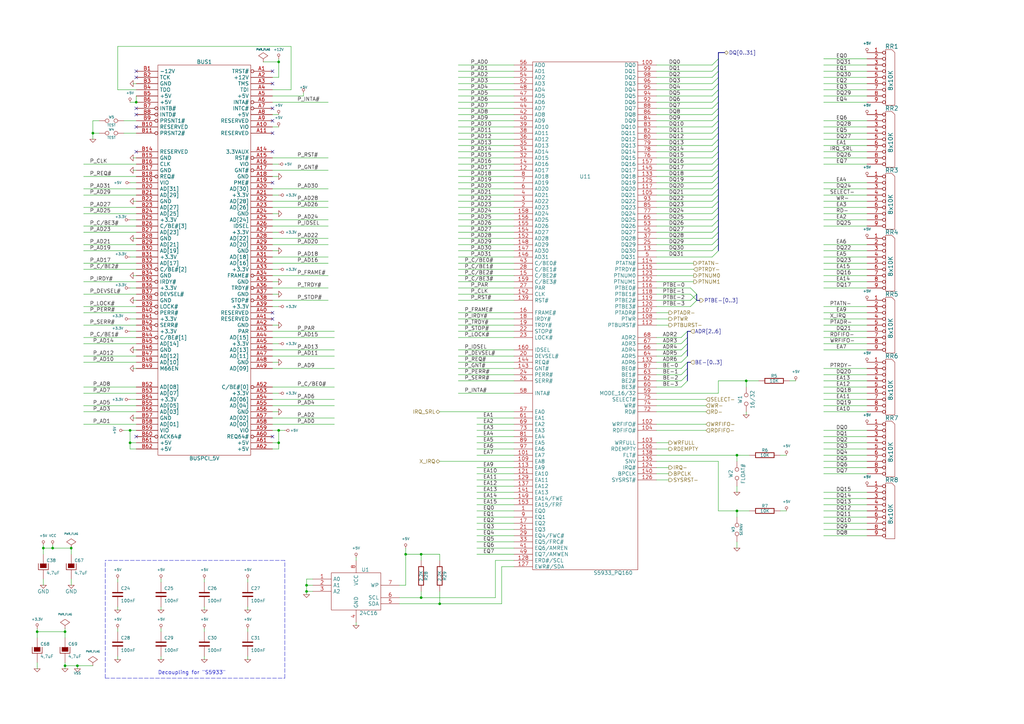
<source format=kicad_sch>
(kicad_sch (version 20201015) (generator eeschema)
  (page 1 8)
  (paper "A3")
  (title_block (title "Video") (date "Sun 22 Mar 2015") (rev "2.0B") (company "Kicad EDA") (comment 1 "Interface Bus PCI"))
  (junction (at 15.24 259.08) (diameter 0.9144))
  (junction (at 17.78 224.79) (diameter 0.9144))
  (junction (at 21.59 224.79) (diameter 0.9144))
  (junction (at 26.67 259.08) (diameter 0.9144))
  (junction (at 26.67 273.05) (diameter 0.9144))
  (junction (at 29.21 224.79) (diameter 0.9144))
  (junction (at 31.75 273.05) (diameter 0.9144))
  (junction (at 38.1 54.61) (diameter 0.9144))
  (junction (at 53.34 176.53) (diameter 0.9144))
  (junction (at 53.34 181.61) (diameter 0.9144))
  (junction (at 55.88 41.91) (diameter 0.9144))
  (junction (at 114.3 25.4) (diameter 0.9144))
  (junction (at 114.3 176.53) (diameter 0.9144))
  (junction (at 114.3 181.61) (diameter 0.9144))
  (junction (at 125.73 240.03) (diameter 0.9144))
  (junction (at 125.73 242.57) (diameter 0.9144))
  (junction (at 166.37 227.33) (diameter 0.9144))
  (junction (at 172.72 227.33) (diameter 0.9144))
  (junction (at 172.72 245.11) (diameter 0.9144))
  (junction (at 180.34 247.65) (diameter 0.9144))
  (junction (at 302.26 186.69) (diameter 0.9144))
  (junction (at 302.26 209.55) (diameter 0.9144))
  (junction (at 306.07 156.21) (diameter 0.9144))
  (no_connect (at 55.88 29.21))
  (no_connect (at 55.88 44.45))
  (no_connect (at 111.76 128.27))
  (no_connect (at 111.76 34.29))
  (no_connect (at 111.76 130.81))
  (no_connect (at 111.76 179.07))
  (no_connect (at 111.76 49.53))
  (no_connect (at 111.76 74.93))
  (no_connect (at 55.88 46.99))
  (no_connect (at 111.76 29.21))
  (no_connect (at 55.88 179.07))
  (no_connect (at 55.88 31.75))
  (no_connect (at 111.76 44.45))
  (no_connect (at 111.76 54.61))
  (no_connect (at 111.76 62.23))
  (no_connect (at 55.88 62.23))
  (no_connect (at 55.88 52.07))
  (bus_entry (at 279.4 138.43) (size 2.54 -2.54) (stroke (width 0.1524)))
  (bus_entry (at 279.4 140.97) (size 2.54 -2.54) (stroke (width 0.1524)))
  (bus_entry (at 279.4 143.51) (size 2.54 -2.54) (stroke (width 0.1524)))
  (bus_entry (at 279.4 146.05) (size 2.54 -2.54) (stroke (width 0.1524)))
  (bus_entry (at 279.4 148.59) (size 2.54 -2.54) (stroke (width 0.1524)))
  (bus_entry (at 279.4 151.13) (size 2.54 -2.54) (stroke (width 0.1524)))
  (bus_entry (at 279.4 153.67) (size 2.54 -2.54) (stroke (width 0.1524)))
  (bus_entry (at 279.4 156.21) (size 2.54 -2.54) (stroke (width 0.1524)))
  (bus_entry (at 279.4 158.75) (size 2.54 -2.54) (stroke (width 0.1524)))
  (bus_entry (at 283.21 118.11) (size 2.54 2.54) (stroke (width 0.1524)))
  (bus_entry (at 283.21 120.65) (size 2.54 2.54) (stroke (width 0.1524)))
  (bus_entry (at 283.21 123.19) (size 2.54 -2.54) (stroke (width 0.1524)))
  (bus_entry (at 283.21 125.73) (size 2.54 -2.54) (stroke (width 0.1524)))
  (bus_entry (at 292.1 26.67) (size 2.54 -2.54) (stroke (width 0.1524)))
  (bus_entry (at 292.1 29.21) (size 2.54 -2.54) (stroke (width 0.1524)))
  (bus_entry (at 292.1 31.75) (size 2.54 -2.54) (stroke (width 0.1524)))
  (bus_entry (at 292.1 34.29) (size 2.54 -2.54) (stroke (width 0.1524)))
  (bus_entry (at 292.1 36.83) (size 2.54 -2.54) (stroke (width 0.1524)))
  (bus_entry (at 292.1 39.37) (size 2.54 -2.54) (stroke (width 0.1524)))
  (bus_entry (at 292.1 41.91) (size 2.54 -2.54) (stroke (width 0.1524)))
  (bus_entry (at 292.1 44.45) (size 2.54 -2.54) (stroke (width 0.1524)))
  (bus_entry (at 292.1 46.99) (size 2.54 -2.54) (stroke (width 0.1524)))
  (bus_entry (at 292.1 49.53) (size 2.54 -2.54) (stroke (width 0.1524)))
  (bus_entry (at 292.1 52.07) (size 2.54 -2.54) (stroke (width 0.1524)))
  (bus_entry (at 292.1 54.61) (size 2.54 -2.54) (stroke (width 0.1524)))
  (bus_entry (at 292.1 57.15) (size 2.54 -2.54) (stroke (width 0.1524)))
  (bus_entry (at 292.1 59.69) (size 2.54 -2.54) (stroke (width 0.1524)))
  (bus_entry (at 292.1 62.23) (size 2.54 -2.54) (stroke (width 0.1524)))
  (bus_entry (at 292.1 64.77) (size 2.54 -2.54) (stroke (width 0.1524)))
  (bus_entry (at 292.1 67.31) (size 2.54 -2.54) (stroke (width 0.1524)))
  (bus_entry (at 292.1 69.85) (size 2.54 -2.54) (stroke (width 0.1524)))
  (bus_entry (at 292.1 72.39) (size 2.54 -2.54) (stroke (width 0.1524)))
  (bus_entry (at 292.1 74.93) (size 2.54 -2.54) (stroke (width 0.1524)))
  (bus_entry (at 292.1 77.47) (size 2.54 -2.54) (stroke (width 0.1524)))
  (bus_entry (at 292.1 80.01) (size 2.54 -2.54) (stroke (width 0.1524)))
  (bus_entry (at 292.1 82.55) (size 2.54 -2.54) (stroke (width 0.1524)))
  (bus_entry (at 292.1 85.09) (size 2.54 -2.54) (stroke (width 0.1524)))
  (bus_entry (at 292.1 87.63) (size 2.54 -2.54) (stroke (width 0.1524)))
  (bus_entry (at 292.1 90.17) (size 2.54 -2.54) (stroke (width 0.1524)))
  (bus_entry (at 292.1 92.71) (size 2.54 -2.54) (stroke (width 0.1524)))
  (bus_entry (at 292.1 95.25) (size 2.54 -2.54) (stroke (width 0.1524)))
  (bus_entry (at 292.1 97.79) (size 2.54 -2.54) (stroke (width 0.1524)))
  (bus_entry (at 292.1 100.33) (size 2.54 -2.54) (stroke (width 0.1524)))
  (bus_entry (at 292.1 102.87) (size 2.54 -2.54) (stroke (width 0.1524)))
  (bus_entry (at 292.1 105.41) (size 2.54 -2.54) (stroke (width 0.1524)))
  (wire (pts (xy 15.24 257.81) (xy 15.24 259.08)))
  (wire (pts (xy 15.24 259.08) (xy 15.24 261.62)))
  (wire (pts (xy 15.24 259.08) (xy 26.67 259.08)))
  (wire (pts (xy 15.24 271.78) (xy 15.24 274.32)))
  (wire (pts (xy 17.78 223.52) (xy 17.78 224.79)))
  (wire (pts (xy 17.78 224.79) (xy 17.78 227.33)))
  (wire (pts (xy 17.78 224.79) (xy 21.59 224.79)))
  (wire (pts (xy 17.78 237.49) (xy 17.78 240.03)))
  (wire (pts (xy 21.59 223.52) (xy 21.59 224.79)))
  (wire (pts (xy 21.59 224.79) (xy 29.21 224.79)))
  (wire (pts (xy 26.67 257.81) (xy 26.67 259.08)))
  (wire (pts (xy 26.67 259.08) (xy 26.67 261.62)))
  (wire (pts (xy 26.67 271.78) (xy 26.67 273.05)))
  (wire (pts (xy 26.67 273.05) (xy 26.67 274.32)))
  (wire (pts (xy 26.67 273.05) (xy 31.75 273.05)))
  (wire (pts (xy 29.21 224.79) (xy 29.21 227.33)))
  (wire (pts (xy 29.21 237.49) (xy 29.21 240.03)))
  (wire (pts (xy 31.75 273.05) (xy 31.75 274.32)))
  (wire (pts (xy 31.75 273.05) (xy 38.1 273.05)))
  (wire (pts (xy 34.29 67.31) (xy 55.88 67.31)))
  (wire (pts (xy 34.29 72.39) (xy 55.88 72.39)))
  (wire (pts (xy 34.29 77.47) (xy 55.88 77.47)))
  (wire (pts (xy 34.29 80.01) (xy 55.88 80.01)))
  (wire (pts (xy 34.29 85.09) (xy 55.88 85.09)))
  (wire (pts (xy 34.29 87.63) (xy 55.88 87.63)))
  (wire (pts (xy 34.29 92.71) (xy 55.88 92.71)))
  (wire (pts (xy 34.29 95.25) (xy 55.88 95.25)))
  (wire (pts (xy 34.29 100.33) (xy 55.88 100.33)))
  (wire (pts (xy 34.29 102.87) (xy 55.88 102.87)))
  (wire (pts (xy 34.29 107.95) (xy 55.88 107.95)))
  (wire (pts (xy 34.29 110.49) (xy 55.88 110.49)))
  (wire (pts (xy 34.29 115.57) (xy 55.88 115.57)))
  (wire (pts (xy 34.29 120.65) (xy 55.88 120.65)))
  (wire (pts (xy 34.29 125.73) (xy 55.88 125.73)))
  (wire (pts (xy 34.29 128.27) (xy 55.88 128.27)))
  (wire (pts (xy 34.29 133.35) (xy 55.88 133.35)))
  (wire (pts (xy 34.29 138.43) (xy 55.88 138.43)))
  (wire (pts (xy 34.29 140.97) (xy 55.88 140.97)))
  (wire (pts (xy 34.29 146.05) (xy 55.88 146.05)))
  (wire (pts (xy 34.29 148.59) (xy 55.88 148.59)))
  (wire (pts (xy 34.29 158.75) (xy 55.88 158.75)))
  (wire (pts (xy 34.29 161.29) (xy 55.88 161.29)))
  (wire (pts (xy 34.29 166.37) (xy 55.88 166.37)))
  (wire (pts (xy 34.29 168.91) (xy 55.88 168.91)))
  (wire (pts (xy 34.29 173.99) (xy 55.88 173.99)))
  (wire (pts (xy 38.1 49.53) (xy 38.1 54.61)))
  (wire (pts (xy 38.1 54.61) (xy 38.1 57.15)))
  (wire (pts (xy 38.1 54.61) (xy 40.64 54.61)))
  (wire (pts (xy 40.64 49.53) (xy 38.1 49.53)))
  (wire (pts (xy 48.26 19.05) (xy 119.38 19.05)))
  (wire (pts (xy 48.26 36.83) (xy 48.26 19.05)))
  (wire (pts (xy 48.26 237.49) (xy 48.26 238.76)))
  (wire (pts (xy 48.26 248.92) (xy 48.26 250.19)))
  (wire (pts (xy 48.26 257.81) (xy 48.26 259.08)))
  (wire (pts (xy 48.26 269.24) (xy 48.26 270.51)))
  (wire (pts (xy 50.8 49.53) (xy 55.88 49.53)))
  (wire (pts (xy 50.8 54.61) (xy 55.88 54.61)))
  (wire (pts (xy 50.8 176.53) (xy 53.34 176.53)))
  (wire (pts (xy 53.34 74.93) (xy 55.88 74.93)))
  (wire (pts (xy 53.34 90.17) (xy 55.88 90.17)))
  (wire (pts (xy 53.34 105.41) (xy 55.88 105.41)))
  (wire (pts (xy 53.34 118.11) (xy 55.88 118.11)))
  (wire (pts (xy 53.34 130.81) (xy 55.88 130.81)))
  (wire (pts (xy 53.34 135.89) (xy 55.88 135.89)))
  (wire (pts (xy 53.34 163.83) (xy 55.88 163.83)))
  (wire (pts (xy 53.34 176.53) (xy 53.34 181.61)))
  (wire (pts (xy 53.34 176.53) (xy 55.88 176.53)))
  (wire (pts (xy 53.34 181.61) (xy 53.34 184.15)))
  (wire (pts (xy 53.34 181.61) (xy 55.88 181.61)))
  (wire (pts (xy 53.34 184.15) (xy 55.88 184.15)))
  (wire (pts (xy 54.61 69.85) (xy 55.88 69.85)))
  (wire (pts (xy 54.61 82.55) (xy 55.88 82.55)))
  (wire (pts (xy 54.61 97.79) (xy 55.88 97.79)))
  (wire (pts (xy 54.61 143.51) (xy 55.88 143.51)))
  (wire (pts (xy 54.61 171.45) (xy 55.88 171.45)))
  (wire (pts (xy 55.88 34.29) (xy 54.61 34.29)))
  (wire (pts (xy 55.88 36.83) (xy 48.26 36.83)))
  (wire (pts (xy 55.88 39.37) (xy 55.88 41.91)))
  (wire (pts (xy 55.88 41.91) (xy 53.34 41.91)))
  (wire (pts (xy 55.88 64.77) (xy 54.61 64.77)))
  (wire (pts (xy 55.88 113.03) (xy 54.61 113.03)))
  (wire (pts (xy 55.88 123.19) (xy 54.61 123.19)))
  (wire (pts (xy 55.88 151.13) (xy 54.61 151.13)))
  (wire (pts (xy 66.04 238.76) (xy 66.04 237.49)))
  (wire (pts (xy 66.04 250.19) (xy 66.04 248.92)))
  (wire (pts (xy 66.04 257.81) (xy 66.04 259.08)))
  (wire (pts (xy 66.04 269.24) (xy 66.04 270.51)))
  (wire (pts (xy 83.82 237.49) (xy 83.82 238.76)))
  (wire (pts (xy 83.82 250.19) (xy 83.82 248.92)))
  (wire (pts (xy 83.82 259.08) (xy 83.82 257.81)))
  (wire (pts (xy 83.82 269.24) (xy 83.82 270.51)))
  (wire (pts (xy 101.6 237.49) (xy 101.6 238.76)))
  (wire (pts (xy 101.6 250.19) (xy 101.6 248.92)))
  (wire (pts (xy 101.6 257.81) (xy 101.6 259.08)))
  (wire (pts (xy 101.6 269.24) (xy 101.6 270.51)))
  (wire (pts (xy 107.95 25.4) (xy 114.3 25.4)))
  (wire (pts (xy 111.76 36.83) (xy 119.38 36.83)))
  (wire (pts (xy 111.76 39.37) (xy 124.46 39.37)))
  (wire (pts (xy 111.76 41.91) (xy 134.62 41.91)))
  (wire (pts (xy 111.76 46.99) (xy 114.3 46.99)))
  (wire (pts (xy 111.76 52.07) (xy 114.3 52.07)))
  (wire (pts (xy 111.76 64.77) (xy 134.62 64.77)))
  (wire (pts (xy 111.76 67.31) (xy 114.3 67.31)))
  (wire (pts (xy 111.76 69.85) (xy 134.62 69.85)))
  (wire (pts (xy 111.76 72.39) (xy 114.3 72.39)))
  (wire (pts (xy 111.76 77.47) (xy 134.62 77.47)))
  (wire (pts (xy 111.76 80.01) (xy 114.3 80.01)))
  (wire (pts (xy 111.76 82.55) (xy 134.62 82.55)))
  (wire (pts (xy 111.76 85.09) (xy 134.62 85.09)))
  (wire (pts (xy 111.76 87.63) (xy 114.3 87.63)))
  (wire (pts (xy 111.76 90.17) (xy 134.62 90.17)))
  (wire (pts (xy 111.76 92.71) (xy 134.62 92.71)))
  (wire (pts (xy 111.76 95.25) (xy 114.3 95.25)))
  (wire (pts (xy 111.76 97.79) (xy 134.62 97.79)))
  (wire (pts (xy 111.76 100.33) (xy 134.62 100.33)))
  (wire (pts (xy 111.76 102.87) (xy 114.3 102.87)))
  (wire (pts (xy 111.76 105.41) (xy 134.62 105.41)))
  (wire (pts (xy 111.76 107.95) (xy 134.62 107.95)))
  (wire (pts (xy 111.76 110.49) (xy 114.3 110.49)))
  (wire (pts (xy 111.76 113.03) (xy 134.62 113.03)))
  (wire (pts (xy 111.76 115.57) (xy 114.3 115.57)))
  (wire (pts (xy 111.76 118.11) (xy 134.62 118.11)))
  (wire (pts (xy 111.76 120.65) (xy 114.3 120.65)))
  (wire (pts (xy 111.76 123.19) (xy 134.62 123.19)))
  (wire (pts (xy 111.76 125.73) (xy 114.3 125.73)))
  (wire (pts (xy 111.76 133.35) (xy 114.3 133.35)))
  (wire (pts (xy 111.76 135.89) (xy 137.16 135.89)))
  (wire (pts (xy 111.76 138.43) (xy 137.16 138.43)))
  (wire (pts (xy 111.76 140.97) (xy 114.3 140.97)))
  (wire (pts (xy 111.76 143.51) (xy 137.16 143.51)))
  (wire (pts (xy 111.76 146.05) (xy 137.16 146.05)))
  (wire (pts (xy 111.76 148.59) (xy 114.3 148.59)))
  (wire (pts (xy 111.76 151.13) (xy 137.16 151.13)))
  (wire (pts (xy 111.76 158.75) (xy 137.16 158.75)))
  (wire (pts (xy 111.76 161.29) (xy 114.3 161.29)))
  (wire (pts (xy 111.76 163.83) (xy 137.16 163.83)))
  (wire (pts (xy 111.76 166.37) (xy 137.16 166.37)))
  (wire (pts (xy 111.76 168.91) (xy 114.3 168.91)))
  (wire (pts (xy 111.76 171.45) (xy 137.16 171.45)))
  (wire (pts (xy 111.76 173.99) (xy 137.16 173.99)))
  (wire (pts (xy 111.76 176.53) (xy 114.3 176.53)))
  (wire (pts (xy 111.76 181.61) (xy 114.3 181.61)))
  (wire (pts (xy 114.3 24.13) (xy 114.3 25.4)))
  (wire (pts (xy 114.3 25.4) (xy 114.3 31.75)))
  (wire (pts (xy 114.3 31.75) (xy 111.76 31.75)))
  (wire (pts (xy 114.3 176.53) (xy 114.3 181.61)))
  (wire (pts (xy 114.3 176.53) (xy 116.84 176.53)))
  (wire (pts (xy 114.3 181.61) (xy 114.3 184.15)))
  (wire (pts (xy 114.3 184.15) (xy 111.76 184.15)))
  (wire (pts (xy 119.38 36.83) (xy 119.38 19.05)))
  (wire (pts (xy 124.46 39.37) (xy 124.46 38.1)))
  (wire (pts (xy 125.73 237.49) (xy 125.73 240.03)))
  (wire (pts (xy 125.73 237.49) (xy 128.27 237.49)))
  (wire (pts (xy 125.73 240.03) (xy 125.73 242.57)))
  (wire (pts (xy 125.73 240.03) (xy 128.27 240.03)))
  (wire (pts (xy 125.73 242.57) (xy 125.73 243.84)))
  (wire (pts (xy 125.73 242.57) (xy 128.27 242.57)))
  (wire (pts (xy 146.05 228.6) (xy 146.05 229.87)))
  (wire (pts (xy 146.05 255.27) (xy 146.05 256.54)))
  (wire (pts (xy 163.83 245.11) (xy 172.72 245.11)))
  (wire (pts (xy 163.83 247.65) (xy 180.34 247.65)))
  (wire (pts (xy 166.37 224.79) (xy 166.37 227.33)))
  (wire (pts (xy 166.37 227.33) (xy 166.37 240.03)))
  (wire (pts (xy 166.37 227.33) (xy 172.72 227.33)))
  (wire (pts (xy 166.37 240.03) (xy 163.83 240.03)))
  (wire (pts (xy 172.72 227.33) (xy 172.72 229.87)))
  (wire (pts (xy 172.72 227.33) (xy 180.34 227.33)))
  (wire (pts (xy 172.72 242.57) (xy 172.72 245.11)))
  (wire (pts (xy 172.72 245.11) (xy 203.2 245.11)))
  (wire (pts (xy 180.34 168.91) (xy 210.82 168.91)))
  (wire (pts (xy 180.34 189.23) (xy 210.82 189.23)))
  (wire (pts (xy 180.34 227.33) (xy 180.34 229.87)))
  (wire (pts (xy 180.34 242.57) (xy 180.34 247.65)))
  (wire (pts (xy 180.34 247.65) (xy 205.74 247.65)))
  (wire (pts (xy 187.96 26.67) (xy 210.82 26.67)))
  (wire (pts (xy 187.96 29.21) (xy 210.82 29.21)))
  (wire (pts (xy 187.96 31.75) (xy 210.82 31.75)))
  (wire (pts (xy 187.96 34.29) (xy 210.82 34.29)))
  (wire (pts (xy 187.96 36.83) (xy 210.82 36.83)))
  (wire (pts (xy 187.96 39.37) (xy 210.82 39.37)))
  (wire (pts (xy 187.96 41.91) (xy 210.82 41.91)))
  (wire (pts (xy 187.96 44.45) (xy 210.82 44.45)))
  (wire (pts (xy 187.96 46.99) (xy 210.82 46.99)))
  (wire (pts (xy 187.96 49.53) (xy 210.82 49.53)))
  (wire (pts (xy 187.96 52.07) (xy 210.82 52.07)))
  (wire (pts (xy 187.96 54.61) (xy 210.82 54.61)))
  (wire (pts (xy 187.96 57.15) (xy 210.82 57.15)))
  (wire (pts (xy 187.96 59.69) (xy 210.82 59.69)))
  (wire (pts (xy 187.96 62.23) (xy 210.82 62.23)))
  (wire (pts (xy 187.96 64.77) (xy 210.82 64.77)))
  (wire (pts (xy 187.96 67.31) (xy 210.82 67.31)))
  (wire (pts (xy 187.96 69.85) (xy 210.82 69.85)))
  (wire (pts (xy 187.96 72.39) (xy 210.82 72.39)))
  (wire (pts (xy 187.96 74.93) (xy 210.82 74.93)))
  (wire (pts (xy 187.96 77.47) (xy 210.82 77.47)))
  (wire (pts (xy 187.96 80.01) (xy 210.82 80.01)))
  (wire (pts (xy 187.96 82.55) (xy 210.82 82.55)))
  (wire (pts (xy 187.96 85.09) (xy 210.82 85.09)))
  (wire (pts (xy 187.96 87.63) (xy 210.82 87.63)))
  (wire (pts (xy 187.96 90.17) (xy 210.82 90.17)))
  (wire (pts (xy 187.96 92.71) (xy 210.82 92.71)))
  (wire (pts (xy 187.96 95.25) (xy 210.82 95.25)))
  (wire (pts (xy 187.96 97.79) (xy 210.82 97.79)))
  (wire (pts (xy 187.96 100.33) (xy 210.82 100.33)))
  (wire (pts (xy 187.96 102.87) (xy 210.82 102.87)))
  (wire (pts (xy 187.96 105.41) (xy 210.82 105.41)))
  (wire (pts (xy 187.96 107.95) (xy 210.82 107.95)))
  (wire (pts (xy 187.96 110.49) (xy 210.82 110.49)))
  (wire (pts (xy 187.96 113.03) (xy 210.82 113.03)))
  (wire (pts (xy 187.96 115.57) (xy 210.82 115.57)))
  (wire (pts (xy 187.96 118.11) (xy 210.82 118.11)))
  (wire (pts (xy 187.96 120.65) (xy 210.82 120.65)))
  (wire (pts (xy 187.96 123.19) (xy 210.82 123.19)))
  (wire (pts (xy 187.96 128.27) (xy 210.82 128.27)))
  (wire (pts (xy 187.96 130.81) (xy 210.82 130.81)))
  (wire (pts (xy 187.96 133.35) (xy 210.82 133.35)))
  (wire (pts (xy 187.96 135.89) (xy 210.82 135.89)))
  (wire (pts (xy 187.96 138.43) (xy 210.82 138.43)))
  (wire (pts (xy 187.96 143.51) (xy 210.82 143.51)))
  (wire (pts (xy 187.96 146.05) (xy 210.82 146.05)))
  (wire (pts (xy 187.96 148.59) (xy 210.82 148.59)))
  (wire (pts (xy 187.96 151.13) (xy 210.82 151.13)))
  (wire (pts (xy 187.96 153.67) (xy 210.82 153.67)))
  (wire (pts (xy 187.96 156.21) (xy 210.82 156.21)))
  (wire (pts (xy 187.96 161.29) (xy 210.82 161.29)))
  (wire (pts (xy 195.58 171.45) (xy 210.82 171.45)))
  (wire (pts (xy 195.58 173.99) (xy 210.82 173.99)))
  (wire (pts (xy 195.58 176.53) (xy 210.82 176.53)))
  (wire (pts (xy 195.58 179.07) (xy 210.82 179.07)))
  (wire (pts (xy 195.58 181.61) (xy 210.82 181.61)))
  (wire (pts (xy 195.58 184.15) (xy 210.82 184.15)))
  (wire (pts (xy 195.58 186.69) (xy 210.82 186.69)))
  (wire (pts (xy 195.58 191.77) (xy 210.82 191.77)))
  (wire (pts (xy 195.58 194.31) (xy 210.82 194.31)))
  (wire (pts (xy 195.58 196.85) (xy 210.82 196.85)))
  (wire (pts (xy 195.58 199.39) (xy 210.82 199.39)))
  (wire (pts (xy 195.58 201.93) (xy 210.82 201.93)))
  (wire (pts (xy 195.58 204.47) (xy 210.82 204.47)))
  (wire (pts (xy 195.58 207.01) (xy 210.82 207.01)))
  (wire (pts (xy 195.58 209.55) (xy 210.82 209.55)))
  (wire (pts (xy 195.58 212.09) (xy 210.82 212.09)))
  (wire (pts (xy 195.58 214.63) (xy 210.82 214.63)))
  (wire (pts (xy 195.58 217.17) (xy 210.82 217.17)))
  (wire (pts (xy 195.58 219.71) (xy 210.82 219.71)))
  (wire (pts (xy 195.58 222.25) (xy 210.82 222.25)))
  (wire (pts (xy 195.58 224.79) (xy 210.82 224.79)))
  (wire (pts (xy 195.58 227.33) (xy 210.82 227.33)))
  (wire (pts (xy 203.2 245.11) (xy 203.2 229.87)))
  (wire (pts (xy 205.74 247.65) (xy 205.74 232.41)))
  (wire (pts (xy 210.82 229.87) (xy 203.2 229.87)))
  (wire (pts (xy 210.82 232.41) (xy 205.74 232.41)))
  (wire (pts (xy 269.24 26.67) (xy 292.1 26.67)))
  (wire (pts (xy 269.24 29.21) (xy 292.1 29.21)))
  (wire (pts (xy 269.24 31.75) (xy 292.1 31.75)))
  (wire (pts (xy 269.24 34.29) (xy 292.1 34.29)))
  (wire (pts (xy 269.24 36.83) (xy 292.1 36.83)))
  (wire (pts (xy 269.24 39.37) (xy 292.1 39.37)))
  (wire (pts (xy 269.24 41.91) (xy 292.1 41.91)))
  (wire (pts (xy 269.24 44.45) (xy 292.1 44.45)))
  (wire (pts (xy 269.24 46.99) (xy 292.1 46.99)))
  (wire (pts (xy 269.24 49.53) (xy 292.1 49.53)))
  (wire (pts (xy 269.24 52.07) (xy 292.1 52.07)))
  (wire (pts (xy 269.24 54.61) (xy 292.1 54.61)))
  (wire (pts (xy 269.24 57.15) (xy 292.1 57.15)))
  (wire (pts (xy 269.24 59.69) (xy 292.1 59.69)))
  (wire (pts (xy 269.24 62.23) (xy 292.1 62.23)))
  (wire (pts (xy 269.24 64.77) (xy 292.1 64.77)))
  (wire (pts (xy 269.24 67.31) (xy 292.1 67.31)))
  (wire (pts (xy 269.24 69.85) (xy 292.1 69.85)))
  (wire (pts (xy 269.24 72.39) (xy 292.1 72.39)))
  (wire (pts (xy 269.24 74.93) (xy 292.1 74.93)))
  (wire (pts (xy 269.24 77.47) (xy 292.1 77.47)))
  (wire (pts (xy 269.24 80.01) (xy 292.1 80.01)))
  (wire (pts (xy 269.24 82.55) (xy 292.1 82.55)))
  (wire (pts (xy 269.24 85.09) (xy 292.1 85.09)))
  (wire (pts (xy 269.24 87.63) (xy 292.1 87.63)))
  (wire (pts (xy 269.24 90.17) (xy 292.1 90.17)))
  (wire (pts (xy 269.24 92.71) (xy 292.1 92.71)))
  (wire (pts (xy 269.24 95.25) (xy 292.1 95.25)))
  (wire (pts (xy 269.24 97.79) (xy 292.1 97.79)))
  (wire (pts (xy 269.24 100.33) (xy 292.1 100.33)))
  (wire (pts (xy 269.24 102.87) (xy 292.1 102.87)))
  (wire (pts (xy 269.24 105.41) (xy 292.1 105.41)))
  (wire (pts (xy 269.24 107.95) (xy 284.48 107.95)))
  (wire (pts (xy 269.24 110.49) (xy 284.48 110.49)))
  (wire (pts (xy 269.24 113.03) (xy 284.48 113.03)))
  (wire (pts (xy 269.24 115.57) (xy 284.48 115.57)))
  (wire (pts (xy 269.24 118.11) (xy 283.21 118.11)))
  (wire (pts (xy 269.24 120.65) (xy 283.21 120.65)))
  (wire (pts (xy 269.24 123.19) (xy 283.21 123.19)))
  (wire (pts (xy 269.24 125.73) (xy 283.21 125.73)))
  (wire (pts (xy 269.24 128.27) (xy 274.32 128.27)))
  (wire (pts (xy 269.24 130.81) (xy 274.32 130.81)))
  (wire (pts (xy 269.24 133.35) (xy 274.32 133.35)))
  (wire (pts (xy 269.24 138.43) (xy 279.4 138.43)))
  (wire (pts (xy 269.24 140.97) (xy 279.4 140.97)))
  (wire (pts (xy 269.24 143.51) (xy 279.4 143.51)))
  (wire (pts (xy 269.24 146.05) (xy 279.4 146.05)))
  (wire (pts (xy 269.24 148.59) (xy 279.4 148.59)))
  (wire (pts (xy 269.24 151.13) (xy 279.4 151.13)))
  (wire (pts (xy 269.24 153.67) (xy 279.4 153.67)))
  (wire (pts (xy 269.24 156.21) (xy 279.4 156.21)))
  (wire (pts (xy 269.24 158.75) (xy 279.4 158.75)))
  (wire (pts (xy 269.24 161.29) (xy 294.64 161.29)))
  (wire (pts (xy 269.24 163.83) (xy 289.56 163.83)))
  (wire (pts (xy 269.24 166.37) (xy 289.56 166.37)))
  (wire (pts (xy 269.24 168.91) (xy 289.56 168.91)))
  (wire (pts (xy 269.24 173.99) (xy 289.56 173.99)))
  (wire (pts (xy 269.24 176.53) (xy 289.56 176.53)))
  (wire (pts (xy 269.24 181.61) (xy 274.32 181.61)))
  (wire (pts (xy 269.24 184.15) (xy 274.32 184.15)))
  (wire (pts (xy 269.24 186.69) (xy 302.26 186.69)))
  (wire (pts (xy 269.24 189.23) (xy 294.64 189.23)))
  (wire (pts (xy 269.24 191.77) (xy 274.32 191.77)))
  (wire (pts (xy 269.24 194.31) (xy 274.32 194.31)))
  (wire (pts (xy 269.24 196.85) (xy 274.32 196.85)))
  (wire (pts (xy 294.64 156.21) (xy 306.07 156.21)))
  (wire (pts (xy 294.64 161.29) (xy 294.64 156.21)))
  (wire (pts (xy 294.64 189.23) (xy 294.64 209.55)))
  (wire (pts (xy 294.64 209.55) (xy 302.26 209.55)))
  (wire (pts (xy 302.26 186.69) (xy 302.26 189.23)))
  (wire (pts (xy 302.26 186.69) (xy 307.34 186.69)))
  (wire (pts (xy 302.26 199.39) (xy 302.26 201.93)))
  (wire (pts (xy 302.26 209.55) (xy 302.26 212.09)))
  (wire (pts (xy 302.26 209.55) (xy 307.34 209.55)))
  (wire (pts (xy 302.26 222.25) (xy 302.26 224.79)))
  (wire (pts (xy 306.07 156.21) (xy 306.07 158.75)))
  (wire (pts (xy 306.07 156.21) (xy 311.15 156.21)))
  (wire (pts (xy 306.07 170.18) (xy 306.07 168.91)))
  (wire (pts (xy 320.04 186.69) (xy 322.58 186.69)))
  (wire (pts (xy 320.04 209.55) (xy 322.58 209.55)))
  (wire (pts (xy 323.85 156.21) (xy 326.39 156.21)))
  (wire (pts (xy 337.82 24.13) (xy 355.6 24.13)))
  (wire (pts (xy 337.82 26.67) (xy 355.6 26.67)))
  (wire (pts (xy 337.82 29.21) (xy 355.6 29.21)))
  (wire (pts (xy 337.82 31.75) (xy 355.6 31.75)))
  (wire (pts (xy 337.82 34.29) (xy 355.6 34.29)))
  (wire (pts (xy 337.82 36.83) (xy 355.6 36.83)))
  (wire (pts (xy 337.82 39.37) (xy 355.6 39.37)))
  (wire (pts (xy 337.82 41.91) (xy 355.6 41.91)))
  (wire (pts (xy 337.82 49.53) (xy 355.6 49.53)))
  (wire (pts (xy 337.82 52.07) (xy 355.6 52.07)))
  (wire (pts (xy 337.82 54.61) (xy 355.6 54.61)))
  (wire (pts (xy 337.82 57.15) (xy 355.6 57.15)))
  (wire (pts (xy 337.82 59.69) (xy 355.6 59.69)))
  (wire (pts (xy 337.82 62.23) (xy 355.6 62.23)))
  (wire (pts (xy 337.82 64.77) (xy 355.6 64.77)))
  (wire (pts (xy 337.82 67.31) (xy 355.6 67.31)))
  (wire (pts (xy 337.82 74.93) (xy 355.6 74.93)))
  (wire (pts (xy 337.82 77.47) (xy 355.6 77.47)))
  (wire (pts (xy 337.82 80.01) (xy 355.6 80.01)))
  (wire (pts (xy 337.82 82.55) (xy 355.6 82.55)))
  (wire (pts (xy 337.82 85.09) (xy 355.6 85.09)))
  (wire (pts (xy 337.82 87.63) (xy 355.6 87.63)))
  (wire (pts (xy 337.82 90.17) (xy 355.6 90.17)))
  (wire (pts (xy 337.82 92.71) (xy 355.6 92.71)))
  (wire (pts (xy 337.82 100.33) (xy 355.6 100.33)))
  (wire (pts (xy 337.82 102.87) (xy 355.6 102.87)))
  (wire (pts (xy 337.82 105.41) (xy 355.6 105.41)))
  (wire (pts (xy 337.82 107.95) (xy 355.6 107.95)))
  (wire (pts (xy 337.82 110.49) (xy 355.6 110.49)))
  (wire (pts (xy 337.82 113.03) (xy 355.6 113.03)))
  (wire (pts (xy 337.82 115.57) (xy 355.6 115.57)))
  (wire (pts (xy 337.82 118.11) (xy 355.6 118.11)))
  (wire (pts (xy 337.82 125.73) (xy 355.6 125.73)))
  (wire (pts (xy 337.82 128.27) (xy 355.6 128.27)))
  (wire (pts (xy 337.82 130.81) (xy 355.6 130.81)))
  (wire (pts (xy 337.82 133.35) (xy 355.6 133.35)))
  (wire (pts (xy 337.82 135.89) (xy 355.6 135.89)))
  (wire (pts (xy 337.82 138.43) (xy 355.6 138.43)))
  (wire (pts (xy 337.82 140.97) (xy 355.6 140.97)))
  (wire (pts (xy 337.82 143.51) (xy 355.6 143.51)))
  (wire (pts (xy 337.82 151.13) (xy 355.6 151.13)))
  (wire (pts (xy 337.82 153.67) (xy 355.6 153.67)))
  (wire (pts (xy 337.82 156.21) (xy 355.6 156.21)))
  (wire (pts (xy 337.82 158.75) (xy 355.6 158.75)))
  (wire (pts (xy 337.82 161.29) (xy 355.6 161.29)))
  (wire (pts (xy 337.82 163.83) (xy 355.6 163.83)))
  (wire (pts (xy 337.82 166.37) (xy 355.6 166.37)))
  (wire (pts (xy 337.82 168.91) (xy 355.6 168.91)))
  (wire (pts (xy 337.82 176.53) (xy 355.6 176.53)))
  (wire (pts (xy 337.82 179.07) (xy 355.6 179.07)))
  (wire (pts (xy 337.82 181.61) (xy 355.6 181.61)))
  (wire (pts (xy 337.82 184.15) (xy 355.6 184.15)))
  (wire (pts (xy 337.82 186.69) (xy 355.6 186.69)))
  (wire (pts (xy 337.82 189.23) (xy 355.6 189.23)))
  (wire (pts (xy 337.82 191.77) (xy 355.6 191.77)))
  (wire (pts (xy 337.82 194.31) (xy 355.6 194.31)))
  (wire (pts (xy 337.82 201.93) (xy 355.6 201.93)))
  (wire (pts (xy 337.82 204.47) (xy 355.6 204.47)))
  (wire (pts (xy 337.82 207.01) (xy 355.6 207.01)))
  (wire (pts (xy 337.82 209.55) (xy 355.6 209.55)))
  (wire (pts (xy 337.82 212.09) (xy 355.6 212.09)))
  (wire (pts (xy 337.82 214.63) (xy 355.6 214.63)))
  (wire (pts (xy 337.82 217.17) (xy 355.6 217.17)))
  (wire (pts (xy 337.82 219.71) (xy 355.6 219.71)))
  (bus (pts (xy 281.94 135.89) (xy 281.94 138.43)))
  (bus (pts (xy 281.94 135.89) (xy 283.21 135.89)))
  (bus (pts (xy 281.94 138.43) (xy 281.94 140.97)))
  (bus (pts (xy 281.94 140.97) (xy 281.94 143.51)))
  (bus (pts (xy 281.94 143.51) (xy 281.94 146.05)))
  (bus (pts (xy 281.94 148.59) (xy 281.94 151.13)))
  (bus (pts (xy 281.94 148.59) (xy 283.21 148.59)))
  (bus (pts (xy 281.94 151.13) (xy 281.94 153.67)))
  (bus (pts (xy 281.94 153.67) (xy 281.94 156.21)))
  (bus (pts (xy 285.75 123.19) (xy 285.75 120.65)))
  (bus (pts (xy 287.02 123.19) (xy 285.75 123.19)))
  (bus (pts (xy 294.64 21.59) (xy 294.64 24.13)))
  (bus (pts (xy 294.64 21.59) (xy 297.18 21.59)))
  (bus (pts (xy 294.64 24.13) (xy 294.64 26.67)))
  (bus (pts (xy 294.64 26.67) (xy 294.64 29.21)))
  (bus (pts (xy 294.64 29.21) (xy 294.64 31.75)))
  (bus (pts (xy 294.64 31.75) (xy 294.64 34.29)))
  (bus (pts (xy 294.64 34.29) (xy 294.64 36.83)))
  (bus (pts (xy 294.64 36.83) (xy 294.64 39.37)))
  (bus (pts (xy 294.64 39.37) (xy 294.64 41.91)))
  (bus (pts (xy 294.64 41.91) (xy 294.64 44.45)))
  (bus (pts (xy 294.64 44.45) (xy 294.64 46.99)))
  (bus (pts (xy 294.64 46.99) (xy 294.64 49.53)))
  (bus (pts (xy 294.64 49.53) (xy 294.64 52.07)))
  (bus (pts (xy 294.64 52.07) (xy 294.64 54.61)))
  (bus (pts (xy 294.64 54.61) (xy 294.64 57.15)))
  (bus (pts (xy 294.64 57.15) (xy 294.64 59.69)))
  (bus (pts (xy 294.64 59.69) (xy 294.64 62.23)))
  (bus (pts (xy 294.64 62.23) (xy 294.64 64.77)))
  (bus (pts (xy 294.64 64.77) (xy 294.64 67.31)))
  (bus (pts (xy 294.64 67.31) (xy 294.64 69.85)))
  (bus (pts (xy 294.64 69.85) (xy 294.64 72.39)))
  (bus (pts (xy 294.64 72.39) (xy 294.64 74.93)))
  (bus (pts (xy 294.64 74.93) (xy 294.64 77.47)))
  (bus (pts (xy 294.64 77.47) (xy 294.64 80.01)))
  (bus (pts (xy 294.64 80.01) (xy 294.64 82.55)))
  (bus (pts (xy 294.64 82.55) (xy 294.64 85.09)))
  (bus (pts (xy 294.64 85.09) (xy 294.64 87.63)))
  (bus (pts (xy 294.64 87.63) (xy 294.64 90.17)))
  (bus (pts (xy 294.64 90.17) (xy 294.64 92.71)))
  (bus (pts (xy 294.64 92.71) (xy 294.64 95.25)))
  (bus (pts (xy 294.64 95.25) (xy 294.64 97.79)))
  (bus (pts (xy 294.64 97.79) (xy 294.64 100.33)))
  (bus (pts (xy 294.64 100.33) (xy 294.64 102.87)))
  (polyline (pts (xy 43.18 278.13) (xy 43.18 229.87)) (stroke (width 0) (type dash)))
  (polyline (pts (xy 43.18 278.13) (xy 116.84 278.13)) (stroke (width 0) (type dash)))
  (polyline (pts (xy 116.84 229.87) (xy 43.18 229.87)) (stroke (width 0) (type dash)))
  (polyline (pts (xy 116.84 278.13) (xy 116.84 229.87)) (stroke (width 0) (type dash)))
  (text "Decoupling for \"S5933\"" (at 64.77 276.86 0) (effects (font (size 1.524 1.524)) (justify left bottom)))
  (label "P_CLK" (at 36.83 67.31 0) (effects (font (size 1.524 1.524))))
  (label "P_REQ#" (at 36.83 72.39 0) (effects (font (size 1.524 1.524))))
  (label "P_AD31" (at 36.83 77.47 0) (effects (font (size 1.524 1.524))))
  (label "P_AD29" (at 36.83 80.01 0) (effects (font (size 1.524 1.524))))
  (label "P_AD27" (at 36.83 85.09 0) (effects (font (size 1.524 1.524))))
  (label "P_AD25" (at 36.83 87.63 0) (effects (font (size 1.524 1.524))))
  (label "P_C/BE3#" (at 36.83 92.71 0) (effects (font (size 1.524 1.524))))
  (label "P_AD23" (at 36.83 95.25 0) (effects (font (size 1.524 1.524))))
  (label "P_AD21" (at 36.83 100.33 0) (effects (font (size 1.524 1.524))))
  (label "P_AD19" (at 36.83 102.87 0) (effects (font (size 1.524 1.524))))
  (label "P_AD17" (at 36.83 107.95 0) (effects (font (size 1.524 1.524))))
  (label "P_C/BE2#" (at 36.83 110.49 0) (effects (font (size 1.524 1.524))))
  (label "P_IRDY#" (at 36.83 115.57 0) (effects (font (size 1.524 1.524))))
  (label "P_DEVSEL#" (at 36.83 120.65 0) (effects (font (size 1.524 1.524))))
  (label "P_LOCK#" (at 36.83 125.73 0) (effects (font (size 1.524 1.524))))
  (label "P_PERR#" (at 36.83 128.27 0) (effects (font (size 1.524 1.524))))
  (label "P_SERR#" (at 36.83 133.35 0) (effects (font (size 1.524 1.524))))
  (label "P_C/BE1#" (at 36.83 138.43 0) (effects (font (size 1.524 1.524))))
  (label "P_AD14" (at 38.1 140.97 0) (effects (font (size 1.524 1.524))))
  (label "P_AD12" (at 38.1 146.05 0) (effects (font (size 1.524 1.524))))
  (label "P_AD10" (at 38.1 148.59 0) (effects (font (size 1.524 1.524))))
  (label "P_AD8" (at 38.1 158.75 0) (effects (font (size 1.524 1.524))))
  (label "P_AD7" (at 38.1 161.29 0) (effects (font (size 1.524 1.524))))
  (label "P_AD5" (at 38.1 166.37 0) (effects (font (size 1.524 1.524))))
  (label "P_AD3" (at 38.1 168.91 0) (effects (font (size 1.524 1.524))))
  (label "P_AD1" (at 38.1 173.99 0) (effects (font (size 1.524 1.524))))
  (label "P_INTA#" (at 121.92 41.91 0) (effects (font (size 1.524 1.524))))
  (label "P_RST#" (at 121.92 64.77 0) (effects (font (size 1.524 1.524))))
  (label "P_GNT#" (at 121.92 69.85 0) (effects (font (size 1.524 1.524))))
  (label "P_AD30" (at 121.92 77.47 0) (effects (font (size 1.524 1.524))))
  (label "P_AD28" (at 121.92 82.55 0) (effects (font (size 1.524 1.524))))
  (label "P_AD26" (at 121.92 85.09 0) (effects (font (size 1.524 1.524))))
  (label "P_AD24" (at 121.92 90.17 0) (effects (font (size 1.524 1.524))))
  (label "P_IDSEL" (at 121.92 92.71 0) (effects (font (size 1.524 1.524))))
  (label "P_AD22" (at 121.92 97.79 0) (effects (font (size 1.524 1.524))))
  (label "P_AD20" (at 121.92 100.33 0) (effects (font (size 1.524 1.524))))
  (label "P_AD18" (at 121.92 105.41 0) (effects (font (size 1.524 1.524))))
  (label "P_AD16" (at 121.92 107.95 0) (effects (font (size 1.524 1.524))))
  (label "P_FRAME#" (at 121.92 113.03 0) (effects (font (size 1.524 1.524))))
  (label "P_TRDY#" (at 121.92 118.11 0) (effects (font (size 1.524 1.524))))
  (label "P_STOP#" (at 121.92 123.19 0) (effects (font (size 1.524 1.524))))
  (label "P_PAR" (at 121.92 135.89 0) (effects (font (size 1.524 1.524))))
  (label "P_AD15" (at 121.92 138.43 0) (effects (font (size 1.524 1.524))))
  (label "P_AD13" (at 121.92 143.51 0) (effects (font (size 1.524 1.524))))
  (label "P_AD11" (at 121.92 146.05 0) (effects (font (size 1.524 1.524))))
  (label "P_AD9" (at 121.92 151.13 0) (effects (font (size 1.524 1.524))))
  (label "P_C/BE0#" (at 121.92 158.75 0) (effects (font (size 1.524 1.524))))
  (label "P_AD6" (at 121.92 163.83 0) (effects (font (size 1.524 1.524))))
  (label "P_AD4" (at 121.92 166.37 0) (effects (font (size 1.524 1.524))))
  (label "P_AD2" (at 121.92 171.45 0) (effects (font (size 1.524 1.524))))
  (label "P_AD0" (at 121.92 173.99 0) (effects (font (size 1.524 1.524))))
  (label "P_C/BE0#" (at 190.5 107.95 0) (effects (font (size 1.524 1.524))))
  (label "P_C/BE1#" (at 190.5 110.49 0) (effects (font (size 1.524 1.524))))
  (label "P_C/BE2#" (at 190.5 113.03 0) (effects (font (size 1.524 1.524))))
  (label "P_C/BE3#" (at 190.5 115.57 0) (effects (font (size 1.524 1.524))))
  (label "P_FRAME#" (at 190.5 128.27 0) (effects (font (size 1.524 1.524))))
  (label "P_IRDY#" (at 190.5 130.81 0) (effects (font (size 1.524 1.524))))
  (label "P_TRDY#" (at 190.5 133.35 0) (effects (font (size 1.524 1.524))))
  (label "P_STOP#" (at 190.5 135.89 0) (effects (font (size 1.524 1.524))))
  (label "P_LOCK#" (at 190.5 138.43 0) (effects (font (size 1.524 1.524))))
  (label "P_IDSEL" (at 190.5 143.51 0) (effects (font (size 1.524 1.524))))
  (label "P_DEVSEL#" (at 190.5 146.05 0) (effects (font (size 1.524 1.524))))
  (label "P_REQ#" (at 190.5 148.59 0) (effects (font (size 1.524 1.524))))
  (label "P_GNT#" (at 190.5 151.13 0) (effects (font (size 1.524 1.524))))
  (label "P_PERR#" (at 190.5 153.67 0) (effects (font (size 1.524 1.524))))
  (label "P_SERR#" (at 190.5 156.21 0) (effects (font (size 1.524 1.524))))
  (label "P_INTA#" (at 190.5 161.29 0) (effects (font (size 1.524 1.524))))
  (label "P_AD0" (at 193.04 26.67 0) (effects (font (size 1.524 1.524))))
  (label "P_AD1" (at 193.04 29.21 0) (effects (font (size 1.524 1.524))))
  (label "P_AD2" (at 193.04 31.75 0) (effects (font (size 1.524 1.524))))
  (label "P_AD3" (at 193.04 34.29 0) (effects (font (size 1.524 1.524))))
  (label "P_AD4" (at 193.04 36.83 0) (effects (font (size 1.524 1.524))))
  (label "P_AD5" (at 193.04 39.37 0) (effects (font (size 1.524 1.524))))
  (label "P_AD6" (at 193.04 41.91 0) (effects (font (size 1.524 1.524))))
  (label "P_AD7" (at 193.04 44.45 0) (effects (font (size 1.524 1.524))))
  (label "P_AD8" (at 193.04 46.99 0) (effects (font (size 1.524 1.524))))
  (label "P_AD9" (at 193.04 49.53 0) (effects (font (size 1.524 1.524))))
  (label "P_AD10" (at 193.04 52.07 0) (effects (font (size 1.524 1.524))))
  (label "P_AD11" (at 193.04 54.61 0) (effects (font (size 1.524 1.524))))
  (label "P_AD12" (at 193.04 57.15 0) (effects (font (size 1.524 1.524))))
  (label "P_AD13" (at 193.04 59.69 0) (effects (font (size 1.524 1.524))))
  (label "P_AD14" (at 193.04 62.23 0) (effects (font (size 1.524 1.524))))
  (label "P_AD15" (at 193.04 64.77 0) (effects (font (size 1.524 1.524))))
  (label "P_AD16" (at 193.04 67.31 0) (effects (font (size 1.524 1.524))))
  (label "P_AD17" (at 193.04 69.85 0) (effects (font (size 1.524 1.524))))
  (label "P_AD18" (at 193.04 72.39 0) (effects (font (size 1.524 1.524))))
  (label "P_AD19" (at 193.04 74.93 0) (effects (font (size 1.524 1.524))))
  (label "P_AD20" (at 193.04 77.47 0) (effects (font (size 1.524 1.524))))
  (label "P_AD21" (at 193.04 80.01 0) (effects (font (size 1.524 1.524))))
  (label "P_AD22" (at 193.04 82.55 0) (effects (font (size 1.524 1.524))))
  (label "P_AD23" (at 193.04 85.09 0) (effects (font (size 1.524 1.524))))
  (label "P_AD24" (at 193.04 87.63 0) (effects (font (size 1.524 1.524))))
  (label "P_AD25" (at 193.04 90.17 0) (effects (font (size 1.524 1.524))))
  (label "P_AD26" (at 193.04 92.71 0) (effects (font (size 1.524 1.524))))
  (label "P_AD27" (at 193.04 95.25 0) (effects (font (size 1.524 1.524))))
  (label "P_AD28" (at 193.04 97.79 0) (effects (font (size 1.524 1.524))))
  (label "P_AD29" (at 193.04 100.33 0) (effects (font (size 1.524 1.524))))
  (label "P_AD30" (at 193.04 102.87 0) (effects (font (size 1.524 1.524))))
  (label "P_AD31" (at 193.04 105.41 0) (effects (font (size 1.524 1.524))))
  (label "P_PAR" (at 193.04 118.11 0) (effects (font (size 1.524 1.524))))
  (label "P_CLK" (at 193.04 120.65 0) (effects (font (size 1.524 1.524))))
  (label "P_RST#" (at 193.04 123.19 0) (effects (font (size 1.524 1.524))))
  (label "EA1" (at 198.12 171.45 0) (effects (font (size 1.524 1.524))))
  (label "EA2" (at 198.12 173.99 0) (effects (font (size 1.524 1.524))))
  (label "EA3" (at 198.12 176.53 0) (effects (font (size 1.524 1.524))))
  (label "EA4" (at 198.12 179.07 0) (effects (font (size 1.524 1.524))))
  (label "EA5" (at 198.12 181.61 0) (effects (font (size 1.524 1.524))))
  (label "EA6" (at 198.12 184.15 0) (effects (font (size 1.524 1.524))))
  (label "EA7" (at 198.12 186.69 0) (effects (font (size 1.524 1.524))))
  (label "EA9" (at 198.12 191.77 0) (effects (font (size 1.524 1.524))))
  (label "EA10" (at 198.12 194.31 0) (effects (font (size 1.524 1.524))))
  (label "EA11" (at 198.12 196.85 0) (effects (font (size 1.524 1.524))))
  (label "EA12" (at 198.12 199.39 0) (effects (font (size 1.524 1.524))))
  (label "EA13" (at 198.12 201.93 0) (effects (font (size 1.524 1.524))))
  (label "EA14" (at 198.12 204.47 0) (effects (font (size 1.524 1.524))))
  (label "EA15" (at 198.12 207.01 0) (effects (font (size 1.524 1.524))))
  (label "EQ0" (at 198.12 209.55 0) (effects (font (size 1.524 1.524))))
  (label "EQ1" (at 198.12 212.09 0) (effects (font (size 1.524 1.524))))
  (label "EQ2" (at 198.12 214.63 0) (effects (font (size 1.524 1.524))))
  (label "EQ3" (at 198.12 217.17 0) (effects (font (size 1.524 1.524))))
  (label "EQ4" (at 198.12 219.71 0) (effects (font (size 1.524 1.524))))
  (label "EQ5" (at 198.12 222.25 0) (effects (font (size 1.524 1.524))))
  (label "EQ6" (at 198.12 224.79 0) (effects (font (size 1.524 1.524))))
  (label "EQ7" (at 198.12 227.33 0) (effects (font (size 1.524 1.524))))
  (label "PTBE-0" (at 271.78 118.11 0) (effects (font (size 1.524 1.524))))
  (label "PTBE-1" (at 271.78 120.65 0) (effects (font (size 1.524 1.524))))
  (label "PTBE-2" (at 271.78 123.19 0) (effects (font (size 1.524 1.524))))
  (label "PTBE-3" (at 271.78 125.73 0) (effects (font (size 1.524 1.524))))
  (label "ADR2" (at 271.78 138.43 0) (effects (font (size 1.524 1.524))))
  (label "ADR3" (at 271.78 140.97 0) (effects (font (size 1.524 1.524))))
  (label "ADR4" (at 271.78 143.51 0) (effects (font (size 1.524 1.524))))
  (label "ADR5" (at 271.78 146.05 0) (effects (font (size 1.524 1.524))))
  (label "ADR6" (at 271.78 148.59 0) (effects (font (size 1.524 1.524))))
  (label "BE-0" (at 271.78 151.13 0) (effects (font (size 1.524 1.524))))
  (label "BE-1" (at 271.78 153.67 0) (effects (font (size 1.524 1.524))))
  (label "BE-2" (at 271.78 156.21 0) (effects (font (size 1.524 1.524))))
  (label "BE-3" (at 271.78 158.75 0) (effects (font (size 1.524 1.524))))
  (label "DQ0" (at 274.32 26.67 0) (effects (font (size 1.524 1.524))))
  (label "DQ1" (at 274.32 29.21 0) (effects (font (size 1.524 1.524))))
  (label "DQ2" (at 274.32 31.75 0) (effects (font (size 1.524 1.524))))
  (label "DQ3" (at 274.32 34.29 0) (effects (font (size 1.524 1.524))))
  (label "DQ4" (at 274.32 36.83 0) (effects (font (size 1.524 1.524))))
  (label "DQ5" (at 274.32 39.37 0) (effects (font (size 1.524 1.524))))
  (label "DQ6" (at 274.32 41.91 0) (effects (font (size 1.524 1.524))))
  (label "DQ7" (at 274.32 44.45 0) (effects (font (size 1.524 1.524))))
  (label "DQ8" (at 274.32 46.99 0) (effects (font (size 1.524 1.524))))
  (label "DQ9" (at 274.32 49.53 0) (effects (font (size 1.524 1.524))))
  (label "DQ10" (at 274.32 52.07 0) (effects (font (size 1.524 1.524))))
  (label "DQ11" (at 274.32 54.61 0) (effects (font (size 1.524 1.524))))
  (label "DQ12" (at 274.32 57.15 0) (effects (font (size 1.524 1.524))))
  (label "DQ13" (at 274.32 59.69 0) (effects (font (size 1.524 1.524))))
  (label "DQ14" (at 274.32 62.23 0) (effects (font (size 1.524 1.524))))
  (label "DQ15" (at 274.32 64.77 0) (effects (font (size 1.524 1.524))))
  (label "DQ16" (at 274.32 67.31 0) (effects (font (size 1.524 1.524))))
  (label "DQ17" (at 274.32 69.85 0) (effects (font (size 1.524 1.524))))
  (label "DQ18" (at 274.32 72.39 0) (effects (font (size 1.524 1.524))))
  (label "DQ19" (at 274.32 74.93 0) (effects (font (size 1.524 1.524))))
  (label "DQ20" (at 274.32 77.47 0) (effects (font (size 1.524 1.524))))
  (label "DQ21" (at 274.32 80.01 0) (effects (font (size 1.524 1.524))))
  (label "DQ22" (at 274.32 82.55 0) (effects (font (size 1.524 1.524))))
  (label "DQ23" (at 274.32 85.09 0) (effects (font (size 1.524 1.524))))
  (label "DQ24" (at 274.32 87.63 0) (effects (font (size 1.524 1.524))))
  (label "DQ25" (at 274.32 90.17 0) (effects (font (size 1.524 1.524))))
  (label "DQ26" (at 274.32 92.71 0) (effects (font (size 1.524 1.524))))
  (label "DQ27" (at 274.32 95.25 0) (effects (font (size 1.524 1.524))))
  (label "DQ28" (at 274.32 97.79 0) (effects (font (size 1.524 1.524))))
  (label "DQ29" (at 274.32 100.33 0) (effects (font (size 1.524 1.524))))
  (label "DQ30" (at 274.32 102.87 0) (effects (font (size 1.524 1.524))))
  (label "DQ31" (at 274.32 105.41 0) (effects (font (size 1.524 1.524))))
  (label "IRQ_SRL" (at 340.36 62.23 0) (effects (font (size 1.524 1.524))))
  (label "SELECT-" (at 340.36 80.01 0) (effects (font (size 1.524 1.524))))
  (label "PTATN-" (at 340.36 125.73 0) (effects (font (size 1.524 1.524))))
  (label "X_IRQ" (at 340.36 130.81 0) (effects (font (size 1.524 1.524))))
  (label "PTADR-" (at 340.36 133.35 0) (effects (font (size 1.524 1.524))))
  (label "RDFIFO-" (at 340.36 138.43 0) (effects (font (size 1.524 1.524))))
  (label "WRFIFO-" (at 340.36 140.97 0) (effects (font (size 1.524 1.524))))
  (label "PTRDY-" (at 340.36 151.13 0) (effects (font (size 1.524 1.524))))
  (label "EQ0" (at 342.9 24.13 0) (effects (font (size 1.524 1.524))))
  (label "DQ31" (at 342.9 26.67 0) (effects (font (size 1.524 1.524))))
  (label "EQ1" (at 342.9 29.21 0) (effects (font (size 1.524 1.524))))
  (label "DQ30" (at 342.9 31.75 0) (effects (font (size 1.524 1.524))))
  (label "EQ2" (at 342.9 34.29 0) (effects (font (size 1.524 1.524))))
  (label "EQ3" (at 342.9 36.83 0) (effects (font (size 1.524 1.524))))
  (label "DQ29" (at 342.9 39.37 0) (effects (font (size 1.524 1.524))))
  (label "EQ4" (at 342.9 41.91 0) (effects (font (size 1.524 1.524))))
  (label "EQ6" (at 342.9 49.53 0) (effects (font (size 1.524 1.524))))
  (label "DQ28" (at 342.9 52.07 0) (effects (font (size 1.524 1.524))))
  (label "EQ5" (at 342.9 54.61 0) (effects (font (size 1.524 1.524))))
  (label "DQ27" (at 342.9 57.15 0) (effects (font (size 1.524 1.524))))
  (label "EA1" (at 342.9 59.69 0) (effects (font (size 1.524 1.524))))
  (label "DQ26" (at 342.9 64.77 0) (effects (font (size 1.524 1.524))))
  (label "EQ7" (at 342.9 67.31 0) (effects (font (size 1.524 1.524))))
  (label "EA4" (at 342.9 74.93 0) (effects (font (size 1.524 1.524))))
  (label "DQ24" (at 342.9 77.47 0) (effects (font (size 1.524 1.524))))
  (label "WR-" (at 342.9 82.55 0) (effects (font (size 1.524 1.524))))
  (label "EA3" (at 342.9 85.09 0) (effects (font (size 1.524 1.524))))
  (label "RD-" (at 342.9 87.63 0) (effects (font (size 1.524 1.524))))
  (label "EA2" (at 342.9 90.17 0) (effects (font (size 1.524 1.524))))
  (label "DQ25" (at 342.9 92.71 0) (effects (font (size 1.524 1.524))))
  (label "EA6" (at 342.9 100.33 0) (effects (font (size 1.524 1.524))))
  (label "DQ22" (at 342.9 102.87 0) (effects (font (size 1.524 1.524))))
  (label "EA5" (at 342.9 105.41 0) (effects (font (size 1.524 1.524))))
  (label "DQ23" (at 342.9 107.95 0) (effects (font (size 1.524 1.524))))
  (label "EA15" (at 342.9 110.49 0) (effects (font (size 1.524 1.524))))
  (label "DQ16" (at 342.9 113.03 0) (effects (font (size 1.524 1.524))))
  (label "EA14" (at 342.9 115.57 0) (effects (font (size 1.524 1.524))))
  (label "DQ17" (at 342.9 118.11 0) (effects (font (size 1.524 1.524))))
  (label "EA9" (at 342.9 128.27 0) (effects (font (size 1.524 1.524))))
  (label "DQ21" (at 342.9 135.89 0) (effects (font (size 1.524 1.524))))
  (label "EA7" (at 342.9 143.51 0) (effects (font (size 1.524 1.524))))
  (label "DQ20" (at 342.9 153.67 0) (effects (font (size 1.524 1.524))))
  (label "EA13" (at 342.9 156.21 0) (effects (font (size 1.524 1.524))))
  (label "EA12" (at 342.9 158.75 0) (effects (font (size 1.524 1.524))))
  (label "DQ18" (at 342.9 161.29 0) (effects (font (size 1.524 1.524))))
  (label "EA11" (at 342.9 163.83 0) (effects (font (size 1.524 1.524))))
  (label "DQ19" (at 342.9 166.37 0) (effects (font (size 1.524 1.524))))
  (label "EA10" (at 342.9 168.91 0) (effects (font (size 1.524 1.524))))
  (label "DQ0" (at 342.9 176.53 0) (effects (font (size 1.524 1.524))))
  (label "DQ1" (at 342.9 179.07 0) (effects (font (size 1.524 1.524))))
  (label "DQ2" (at 342.9 181.61 0) (effects (font (size 1.524 1.524))))
  (label "DQ3" (at 342.9 184.15 0) (effects (font (size 1.524 1.524))))
  (label "DQ4" (at 342.9 186.69 0) (effects (font (size 1.524 1.524))))
  (label "DQ5" (at 342.9 189.23 0) (effects (font (size 1.524 1.524))))
  (label "DQ6" (at 342.9 191.77 0) (effects (font (size 1.524 1.524))))
  (label "DQ7" (at 342.9 194.31 0) (effects (font (size 1.524 1.524))))
  (label "DQ15" (at 342.9 201.93 0) (effects (font (size 1.524 1.524))))
  (label "DQ14" (at 342.9 204.47 0) (effects (font (size 1.524 1.524))))
  (label "DQ13" (at 342.9 207.01 0) (effects (font (size 1.524 1.524))))
  (label "DQ12" (at 342.9 209.55 0) (effects (font (size 1.524 1.524))))
  (label "DQ11" (at 342.9 212.09 0) (effects (font (size 1.524 1.524))))
  (label "DQ10" (at 342.9 214.63 0) (effects (font (size 1.524 1.524))))
  (label "DQ9" (at 342.9 217.17 0) (effects (font (size 1.524 1.524))))
  (label "DQ8" (at 342.9 219.71 0) (effects (font (size 1.524 1.524))))
  (hierarchical_label "IRQ_SRL" (shape bidirectional) (at 180.34 168.91 180) (effects (font (size 1.524 1.524))))
  (hierarchical_label "X_IRQ" (shape bidirectional) (at 180.34 189.23 180) (effects (font (size 1.524 1.524))))
  (hierarchical_label "PTADR-" (shape output) (at 274.32 128.27 0) (effects (font (size 1.524 1.524))))
  (hierarchical_label "PTWR" (shape output) (at 274.32 130.81 0) (effects (font (size 1.524 1.524))))
  (hierarchical_label "PTBURST-" (shape output) (at 274.32 133.35 0) (effects (font (size 1.524 1.524))))
  (hierarchical_label "WRFULL" (shape output) (at 274.32 181.61 0) (effects (font (size 1.524 1.524))))
  (hierarchical_label "RDEMPTY" (shape output) (at 274.32 184.15 0) (effects (font (size 1.524 1.524))))
  (hierarchical_label "IRQ-" (shape output) (at 274.32 191.77 0) (effects (font (size 1.524 1.524))))
  (hierarchical_label "BPCLK" (shape output) (at 274.32 194.31 0) (effects (font (size 1.524 1.524))))
  (hierarchical_label "SYSRST-" (shape output) (at 274.32 196.85 0) (effects (font (size 1.524 1.524))))
  (hierarchical_label "ADR[2..6]" (shape input) (at 283.21 135.89 0) (effects (font (size 1.524 1.524))))
  (hierarchical_label "BE-[0..3]" (shape input) (at 283.21 148.59 0) (effects (font (size 1.524 1.524))))
  (hierarchical_label "PTATN-" (shape output) (at 284.48 107.95 0) (effects (font (size 1.524 1.524))))
  (hierarchical_label "PTRDY-" (shape input) (at 284.48 110.49 0) (effects (font (size 1.524 1.524))))
  (hierarchical_label "PTNUM0" (shape output) (at 284.48 113.03 0) (effects (font (size 1.524 1.524))))
  (hierarchical_label "PTNUM1" (shape output) (at 284.48 115.57 0) (effects (font (size 1.524 1.524))))
  (hierarchical_label "PTBE-[0..3]" (shape output) (at 287.02 123.19 0) (effects (font (size 1.524 1.524))))
  (hierarchical_label "SELECT-" (shape input) (at 289.56 163.83 0) (effects (font (size 1.524 1.524))))
  (hierarchical_label "WR-" (shape input) (at 289.56 166.37 0) (effects (font (size 1.524 1.524))))
  (hierarchical_label "RD-" (shape input) (at 289.56 168.91 0) (effects (font (size 1.524 1.524))))
  (hierarchical_label "WRFIFO-" (shape input) (at 289.56 173.99 0) (effects (font (size 1.524 1.524))))
  (hierarchical_label "RDFIFO-" (shape input) (at 289.56 176.53 0) (effects (font (size 1.524 1.524))))
  (hierarchical_label "DQ[0..31]" (shape bidirectional) (at 297.18 21.59 0) (effects (font (size 1.524 1.524))))
  (symbol (lib_id "video_schlib:+12V") (at 114.3 24.13 0) (unit 1)
    (property "Reference" "#+0131" (effects hide))
    (property "Value" "+12V" (at 114.3 20.32 0) (effects (font (size 1.016 1.016))))
  )
  (symbol (lib_id "video_schlib:+5V") (at 17.78 223.52 0) (unit 1)
    (property "Reference" "#+0129" (effects hide))
    (property "Value" "+5V" (at 17.78 219.71 0) (effects (font (size 1.016 1.016))))
  )
  (symbol (lib_id "video_schlib:VCC") (at 21.59 223.52 0) (unit 1)
    (property "Reference" "#PWR081" (effects hide))
    (property "Value" "VCC" (at 21.59 219.71 0) (effects (font (size 1.016 1.016))))
  )
  (symbol (lib_id "video_schlib:+5V") (at 48.26 237.49 0) (unit 1)
    (property "Reference" "#+0119" (effects hide))
    (property "Value" "+5V" (at 48.26 233.68 0) (effects (font (size 1.016 1.016))))
  )
  (symbol (lib_id "video_schlib:+5V") (at 48.26 257.81 0) (unit 1)
    (property "Reference" "#+0123" (effects hide))
    (property "Value" "+5V" (at 48.26 254 0) (effects (font (size 1.016 1.016))))
  )
  (symbol (lib_id "video_schlib:+5V") (at 50.8 176.53 90) (unit 1)
    (property "Reference" "#+0146" (effects hide))
    (property "Value" "+5V" (at 46.99 176.53 0) (effects (font (size 1.016 1.016))))
  )
  (symbol (lib_id "video_schlib:+5V") (at 53.34 41.91 0) (unit 1)
    (property "Reference" "#+0147" (effects hide))
    (property "Value" "+5V" (at 53.34 38.1 0) (effects (font (size 1.016 1.016))))
  )
  (symbol (lib_id "video_schlib:+5V") (at 53.34 74.93 90) (unit 1)
    (property "Reference" "#+0148" (effects hide))
    (property "Value" "+5V" (at 48.26 74.93 90) (effects (font (size 1.016 1.016))))
  )
  (symbol (lib_id "video_schlib:+5V") (at 66.04 237.49 0) (unit 1)
    (property "Reference" "#+0120" (effects hide))
    (property "Value" "+5V" (at 66.04 233.68 0) (effects (font (size 1.016 1.016))))
  )
  (symbol (lib_id "video_schlib:+5V") (at 66.04 257.81 0) (unit 1)
    (property "Reference" "#+0124" (effects hide))
    (property "Value" "+5V" (at 66.04 254 0) (effects (font (size 1.016 1.016))))
  )
  (symbol (lib_id "video_schlib:+5V") (at 83.82 237.49 0) (unit 1)
    (property "Reference" "#+0121" (effects hide))
    (property "Value" "+5V" (at 83.82 233.68 0) (effects (font (size 1.016 1.016))))
  )
  (symbol (lib_id "video_schlib:+5V") (at 83.82 257.81 0) (unit 1)
    (property "Reference" "#+0125" (effects hide))
    (property "Value" "+5V" (at 83.82 254 0) (effects (font (size 1.016 1.016))))
  )
  (symbol (lib_id "video_schlib:+5V") (at 101.6 237.49 0) (unit 1)
    (property "Reference" "#+0122" (effects hide))
    (property "Value" "+5V" (at 101.6 233.68 0) (effects (font (size 1.016 1.016))))
  )
  (symbol (lib_id "video_schlib:+5V") (at 101.6 257.81 0) (unit 1)
    (property "Reference" "#+0126" (effects hide))
    (property "Value" "+5V" (at 101.6 254 0) (effects (font (size 1.016 1.016))))
  )
  (symbol (lib_id "video_schlib:+5V") (at 114.3 46.99 0) (unit 1)
    (property "Reference" "#+0157" (effects hide))
    (property "Value" "+5V" (at 114.3 43.18 0) (effects (font (size 1.016 1.016))))
  )
  (symbol (lib_id "video_schlib:+5V") (at 114.3 52.07 0) (unit 1)
    (property "Reference" "#+0158" (effects hide))
    (property "Value" "+5V" (at 114.3 48.26 0) (effects (font (size 1.016 1.016))))
  )
  (symbol (lib_id "video_schlib:+5V") (at 114.3 67.31 270) (unit 1)
    (property "Reference" "#+0159" (effects hide))
    (property "Value" "+5V" (at 118.11 67.31 90) (effects (font (size 1.016 1.016))))
  )
  (symbol (lib_id "video_schlib:+5V") (at 116.84 176.53 270) (unit 1)
    (property "Reference" "#+0153" (effects hide))
    (property "Value" "+5V" (at 120.65 176.53 90) (effects (font (size 1.016 1.016))))
  )
  (symbol (lib_id "video_schlib:+5V") (at 124.46 38.1 0) (unit 1)
    (property "Reference" "#+0130" (effects hide))
    (property "Value" "+5V" (at 124.46 35.814 0) (effects (font (size 1.016 1.016))))
  )
  (symbol (lib_id "video_schlib:+5V") (at 146.05 228.6 0) (unit 1)
    (property "Reference" "#+0161" (effects hide))
    (property "Value" "+5V" (at 146.05 224.79 0) (effects (font (size 1.016 1.016))))
  )
  (symbol (lib_id "video_schlib:+5V") (at 166.37 224.79 0) (unit 1)
    (property "Reference" "#+0118" (effects hide))
    (property "Value" "+5V" (at 166.37 220.98 0) (effects (font (size 1.016 1.016))))
  )
  (symbol (lib_id "video_schlib:+5V") (at 322.58 186.69 0) (unit 1)
    (property "Reference" "#+0155" (effects hide))
    (property "Value" "+5V" (at 322.58 182.88 0) (effects (font (size 1.016 1.016))))
  )
  (symbol (lib_id "video_schlib:+5V") (at 322.58 209.55 0) (unit 1)
    (property "Reference" "#+0156" (effects hide))
    (property "Value" "+5V" (at 322.58 205.74 0) (effects (font (size 1.016 1.016))))
  )
  (symbol (lib_id "video_schlib:+5V") (at 326.39 156.21 0) (unit 1)
    (property "Reference" "#+0154" (effects hide))
    (property "Value" "+5V" (at 326.39 152.4 0) (effects (font (size 1.016 1.016))))
  )
  (symbol (lib_id "video_schlib:+5V") (at 355.6 21.59 0) (unit 1)
    (property "Reference" "#+0132" (effects hide))
    (property "Value" "+5V" (at 355.6 17.78 0) (effects (font (size 1.016 1.016))))
  )
  (symbol (lib_id "video_schlib:+5V") (at 355.6 46.99 0) (unit 1)
    (property "Reference" "#+0133" (effects hide))
    (property "Value" "+5V" (at 355.6 43.18 0) (effects (font (size 1.016 1.016))))
  )
  (symbol (lib_id "video_schlib:+5V") (at 355.6 72.39 0) (unit 1)
    (property "Reference" "#+0134" (effects hide))
    (property "Value" "+5V" (at 355.6 68.58 0) (effects (font (size 1.016 1.016))))
  )
  (symbol (lib_id "video_schlib:+5V") (at 355.6 97.79 0) (unit 1)
    (property "Reference" "#+0135" (effects hide))
    (property "Value" "+5V" (at 355.6 93.98 0) (effects (font (size 1.016 1.016))))
  )
  (symbol (lib_id "video_schlib:+5V") (at 355.6 123.19 0) (unit 1)
    (property "Reference" "#+0136" (effects hide))
    (property "Value" "+5V" (at 355.6 119.38 0) (effects (font (size 1.016 1.016))))
  )
  (symbol (lib_id "video_schlib:+5V") (at 355.6 148.59 0) (unit 1)
    (property "Reference" "#+0137" (effects hide))
    (property "Value" "+5V" (at 355.6 144.78 0) (effects (font (size 1.016 1.016))))
  )
  (symbol (lib_id "video_schlib:+5V") (at 355.6 173.99 0) (unit 1)
    (property "Reference" "#+0138" (effects hide))
    (property "Value" "+5V" (at 355.6 170.18 0) (effects (font (size 1.016 1.016))))
  )
  (symbol (lib_id "video_schlib:+5V") (at 355.6 199.39 0) (unit 1)
    (property "Reference" "#+0139" (effects hide))
    (property "Value" "+5V" (at 355.6 195.58 0) (effects (font (size 1.016 1.016))))
  )
  (symbol (lib_id "video_schlib:+3.3V") (at 15.24 257.81 0) (unit 1)
    (property "Reference" "#PWR082" (effects hide))
    (property "Value" "+3.3V" (at 15.24 254 0) (effects (font (size 1.016 1.016))))
  )
  (symbol (lib_id "video_schlib:+3.3V") (at 53.34 90.17 90) (unit 1)
    (property "Reference" "#+0140" (effects hide))
    (property "Value" "+3.3V" (at 49.53 88.9 90) (effects (font (size 1.016 1.016))))
  )
  (symbol (lib_id "video_schlib:+3.3V") (at 53.34 105.41 90) (unit 1)
    (property "Reference" "#+0141" (effects hide))
    (property "Value" "+3.3V" (at 49.53 104.14 90) (effects (font (size 1.016 1.016))))
  )
  (symbol (lib_id "video_schlib:+3.3V") (at 53.34 118.11 90) (unit 1)
    (property "Reference" "#+0142" (effects hide))
    (property "Value" "+3.3V" (at 49.53 116.84 90) (effects (font (size 1.016 1.016))))
  )
  (symbol (lib_id "video_schlib:+3.3V") (at 53.34 130.81 90) (unit 1)
    (property "Reference" "#+0143" (effects hide))
    (property "Value" "+3.3V" (at 48.26 129.54 90) (effects (font (size 1.016 1.016))))
  )
  (symbol (lib_id "video_schlib:+3.3V") (at 53.34 135.89 90) (unit 1)
    (property "Reference" "#+0144" (effects hide))
    (property "Value" "+3.3V" (at 48.26 134.62 90) (effects (font (size 1.016 1.016))))
  )
  (symbol (lib_id "video_schlib:+3.3V") (at 53.34 163.83 90) (unit 1)
    (property "Reference" "#+0145" (effects hide))
    (property "Value" "+3.3V" (at 48.26 163.83 90) (effects (font (size 1.016 1.016))))
  )
  (symbol (lib_id "video_schlib:+3.3V") (at 114.3 80.01 270) (unit 1)
    (property "Reference" "#+0127" (effects hide))
    (property "Value" "+3.3V" (at 119.38 80.01 90) (effects (font (size 1.016 1.016))))
  )
  (symbol (lib_id "video_schlib:+3.3V") (at 114.3 95.25 270) (unit 1)
    (property "Reference" "#+0152" (effects hide))
    (property "Value" "+3.3V" (at 119.38 95.25 90) (effects (font (size 1.016 1.016))))
  )
  (symbol (lib_id "video_schlib:+3.3V") (at 114.3 110.49 270) (unit 1)
    (property "Reference" "#+0151" (effects hide))
    (property "Value" "+3.3V" (at 119.38 110.49 90) (effects (font (size 1.016 1.016))))
  )
  (symbol (lib_id "video_schlib:+3.3V") (at 114.3 125.73 270) (unit 1)
    (property "Reference" "#+0150" (effects hide))
    (property "Value" "+3.3V" (at 119.38 125.73 90) (effects (font (size 1.016 1.016))))
  )
  (symbol (lib_id "video_schlib:+3.3V") (at 114.3 140.97 270) (unit 1)
    (property "Reference" "#+0128" (effects hide))
    (property "Value" "+3.3V" (at 119.38 140.97 90) (effects (font (size 1.016 1.016))))
  )
  (symbol (lib_id "video_schlib:+3.3V") (at 114.3 161.29 270) (unit 1)
    (property "Reference" "#+0149" (effects hide))
    (property "Value" "+3.3V" (at 119.38 161.29 90) (effects (font (size 1.016 1.016))))
  )
  (symbol (lib_id "video_schlib:GND") (at 15.24 274.32 0) (unit 1)
    (property "Reference" "#GND084" (effects hide))
    (property "Value" "GND" (effects hide))
  )
  (symbol (lib_id "video_schlib:GND") (at 17.78 240.03 0) (unit 1)
    (property "Reference" "#GND0117" (effects hide))
    (property "Value" "GND" (at 17.78 242.57 0) (effects (font (size 1.524 1.524))))
  )
  (symbol (lib_id "video_schlib:GND") (at 26.67 274.32 0) (unit 1)
    (property "Reference" "#GND083" (effects hide))
    (property "Value" "GND" (effects hide))
  )
  (symbol (lib_id "video_schlib:GND") (at 29.21 240.03 0) (unit 1)
    (property "Reference" "#GND085" (effects hide))
    (property "Value" "GND" (at 29.21 242.57 0) (effects (font (size 1.524 1.524))))
  )
  (symbol (lib_id "video_schlib:VSS") (at 31.75 274.32 0) (unit 1)
    (property "Reference" "#PWR080" (effects hide))
    (property "Value" "VSS" (at 31.75 276.098 0) (effects (font (size 1.016 1.016))))
  )
  (symbol (lib_id "video_schlib:GND") (at 38.1 57.15 0) (unit 1)
    (property "Reference" "#GND0104" (effects hide))
    (property "Value" "GND" (effects hide))
  )
  (symbol (lib_id "video_schlib:GND") (at 48.26 250.19 0) (unit 1)
    (property "Reference" "#GND0109" (effects hide))
    (property "Value" "GND" (effects hide))
  )
  (symbol (lib_id "video_schlib:GND") (at 48.26 270.51 0) (unit 1)
    (property "Reference" "#GND0113" (effects hide))
    (property "Value" "GND" (effects hide))
  )
  (symbol (lib_id "video_schlib:GND") (at 54.61 34.29 270) (unit 1)
    (property "Reference" "#GND086" (effects hide))
    (property "Value" "GND" (effects hide))
  )
  (symbol (lib_id "video_schlib:GND") (at 54.61 64.77 270) (unit 1)
    (property "Reference" "#GND087" (effects hide))
    (property "Value" "GND" (effects hide))
  )
  (symbol (lib_id "video_schlib:GND") (at 54.61 69.85 270) (unit 1)
    (property "Reference" "#GND088" (effects hide))
    (property "Value" "GND" (effects hide))
  )
  (symbol (lib_id "video_schlib:GND") (at 54.61 82.55 270) (unit 1)
    (property "Reference" "#GND089" (effects hide))
    (property "Value" "GND" (effects hide))
  )
  (symbol (lib_id "video_schlib:GND") (at 54.61 97.79 270) (unit 1)
    (property "Reference" "#GND090" (effects hide))
    (property "Value" "GND" (effects hide))
  )
  (symbol (lib_id "video_schlib:GND") (at 54.61 113.03 270) (unit 1)
    (property "Reference" "#GND091" (effects hide))
    (property "Value" "GND" (effects hide))
  )
  (symbol (lib_id "video_schlib:GND") (at 54.61 123.19 270) (unit 1)
    (property "Reference" "#GND092" (effects hide))
    (property "Value" "GND" (effects hide))
  )
  (symbol (lib_id "video_schlib:GND") (at 54.61 143.51 270) (unit 1)
    (property "Reference" "#GND093" (effects hide))
    (property "Value" "GND" (effects hide))
  )
  (symbol (lib_id "video_schlib:GND") (at 54.61 151.13 270) (unit 1)
    (property "Reference" "#GND094" (effects hide))
    (property "Value" "GND" (effects hide))
  )
  (symbol (lib_id "video_schlib:GND") (at 54.61 171.45 270) (unit 1)
    (property "Reference" "#GND095" (effects hide))
    (property "Value" "GND" (effects hide))
  )
  (symbol (lib_id "video_schlib:GND") (at 66.04 250.19 0) (unit 1)
    (property "Reference" "#GND0110" (effects hide))
    (property "Value" "GND" (effects hide))
  )
  (symbol (lib_id "video_schlib:GND") (at 66.04 270.51 0) (unit 1)
    (property "Reference" "#GND0114" (effects hide))
    (property "Value" "GND" (effects hide))
  )
  (symbol (lib_id "video_schlib:GND") (at 83.82 250.19 0) (unit 1)
    (property "Reference" "#GND0111" (effects hide))
    (property "Value" "GND" (effects hide))
  )
  (symbol (lib_id "video_schlib:GND") (at 83.82 270.51 0) (unit 1)
    (property "Reference" "#GND0115" (effects hide))
    (property "Value" "GND" (effects hide))
  )
  (symbol (lib_id "video_schlib:GND") (at 101.6 250.19 0) (unit 1)
    (property "Reference" "#GND0112" (effects hide))
    (property "Value" "GND" (effects hide))
  )
  (symbol (lib_id "video_schlib:GND") (at 101.6 270.51 0) (unit 1)
    (property "Reference" "#GND0116" (effects hide))
    (property "Value" "GND" (effects hide))
  )
  (symbol (lib_id "video_schlib:GND") (at 114.3 72.39 90) (unit 1)
    (property "Reference" "#GND0103" (effects hide))
    (property "Value" "GND" (effects hide))
  )
  (symbol (lib_id "video_schlib:GND") (at 114.3 87.63 90) (unit 1)
    (property "Reference" "#GND0102" (effects hide))
    (property "Value" "GND" (effects hide))
  )
  (symbol (lib_id "video_schlib:GND") (at 114.3 102.87 90) (unit 1)
    (property "Reference" "#GND0101" (effects hide))
    (property "Value" "GND" (effects hide))
  )
  (symbol (lib_id "video_schlib:GND") (at 114.3 115.57 90) (unit 1)
    (property "Reference" "#GND0100" (effects hide))
    (property "Value" "GND" (effects hide))
  )
  (symbol (lib_id "video_schlib:GND") (at 114.3 120.65 90) (unit 1)
    (property "Reference" "#GND099" (effects hide))
    (property "Value" "GND" (effects hide))
  )
  (symbol (lib_id "video_schlib:GND") (at 114.3 133.35 90) (unit 1)
    (property "Reference" "#GND098" (effects hide))
    (property "Value" "GND" (effects hide))
  )
  (symbol (lib_id "video_schlib:GND") (at 114.3 148.59 90) (unit 1)
    (property "Reference" "#GND097" (effects hide))
    (property "Value" "GND" (effects hide))
  )
  (symbol (lib_id "video_schlib:GND") (at 114.3 168.91 90) (unit 1)
    (property "Reference" "#GND096" (effects hide))
    (property "Value" "GND" (effects hide))
  )
  (symbol (lib_id "video_schlib:GND") (at 125.73 243.84 0) (unit 1)
    (property "Reference" "#GND0108" (effects hide))
    (property "Value" "GND" (effects hide))
  )
  (symbol (lib_id "video_schlib:GND") (at 146.05 256.54 0) (unit 1)
    (property "Reference" "#PWR0160" (effects hide))
    (property "Value" "GND" (effects hide))
  )
  (symbol (lib_id "video_schlib:GND") (at 302.26 201.93 0) (unit 1)
    (property "Reference" "#GND0106" (effects hide))
    (property "Value" "GND" (effects hide))
  )
  (symbol (lib_id "video_schlib:GND") (at 302.26 224.79 0) (unit 1)
    (property "Reference" "#GND0107" (effects hide))
    (property "Value" "GND" (effects hide))
  )
  (symbol (lib_id "video_schlib:GND") (at 306.07 170.18 0) (unit 1)
    (property "Reference" "#GND0105" (effects hide))
    (property "Value" "GND" (effects hide))
  )
  (symbol (lib_id "video_schlib:PWR_FLAG") (at 26.67 257.81 0) (unit 1)
    (property "Reference" "#FLG077" (effects hide))
    (property "Value" "PWR_FLAG" (at 26.67 251.968 0) (effects (font (size 0.762 0.762))))
  )
  (symbol (lib_id "video_schlib:PWR_FLAG") (at 29.21 224.79 0) (unit 1)
    (property "Reference" "#FLG079" (effects hide))
    (property "Value" "PWR_FLAG" (at 29.21 218.948 0) (effects (font (size 0.762 0.762))))
  )
  (symbol (lib_id "video_schlib:PWR_FLAG") (at 38.1 273.05 0) (unit 1)
    (property "Reference" "#FLG076" (effects hide))
    (property "Value" "PWR_FLAG" (at 38.1 267.208 0) (effects (font (size 0.762 0.762))))
  )
  (symbol (lib_id "video_schlib:PWR_FLAG") (at 107.95 25.4 0) (unit 1)
    (property "Reference" "#FLG078" (effects hide))
    (property "Value" "PWR_FLAG" (at 107.95 20.32 0) (effects (font (size 0.762 0.762))))
  )
  (symbol (lib_id "video_schlib:TEST") (at 45.72 49.53 0) (unit 1)
    (property "Reference" "W5" (at 45.72 48.006 0) (effects (font (size 1.016 1.016))))
    (property "Value" "TEST" (at 45.72 51.308 0) (effects (font (size 1.016 1.016))))
    (property "Footprint" "Connector_PinHeader_2.54mm:PinHeader_1x02_P2.54mm_Vertical" (effects hide))
  )
  (symbol (lib_id "video_schlib:TEST") (at 45.72 54.61 0) (unit 1)
    (property "Reference" "W4" (at 45.72 53.086 0) (effects (font (size 1.016 1.016))))
    (property "Value" "TEST" (at 45.72 56.388 0) (effects (font (size 1.016 1.016))))
    (property "Footprint" "Connector_PinHeader_2.54mm:PinHeader_1x02_P2.54mm_Vertical" (effects hide))
  )
  (symbol (lib_id "video_schlib:TEST") (at 302.26 194.31 90) (unit 1)
    (property "Reference" "W2" (at 299.72 194.31 0) (effects (font (size 1.524 1.524))))
    (property "Value" "FLOAT#" (at 304.8 194.31 0) (effects (font (size 1.524 1.524))))
    (property "Footprint" "Connectors:GS2" (effects hide))
  )
  (symbol (lib_id "video_schlib:TEST") (at 302.26 217.17 90) (unit 1)
    (property "Reference" "W3" (at 300.736 217.17 0) (effects (font (size 1.016 1.016))))
    (property "Value" "SERNV" (at 304.038 217.17 0) (effects (font (size 1.016 1.016))))
    (property "Footprint" "Connectors:GS2" (effects hide))
  )
  (symbol (lib_id "video_schlib:TEST") (at 306.07 163.83 90) (unit 1)
    (property "Reference" "W1" (at 303.53 163.83 0) (effects (font (size 1.524 1.524))))
    (property "Value" "16/32" (at 308.61 163.83 0) (effects (font (size 1.524 1.524))))
    (property "Footprint" "Connectors:GS2" (effects hide))
  )
  (symbol (lib_id "video_schlib:R") (at 172.72 236.22 0) (unit 1)
    (property "Reference" "R28" (at 174.752 236.22 90))
    (property "Value" "2,2K" (at 172.72 236.22 90))
    (property "Footprint" "Resistor_SMD:R_1206_3216Metric_Pad1.24x1.80mm_HandSolder" (effects hide))
  )
  (symbol (lib_id "video_schlib:R") (at 180.34 236.22 0) (unit 1)
    (property "Reference" "R29" (at 182.372 236.22 90))
    (property "Value" "2,2K" (at 180.34 236.22 90))
    (property "Footprint" "Resistor_SMD:R_1206_3216Metric_Pad1.24x1.80mm_HandSolder" (effects hide))
  )
  (symbol (lib_id "video_schlib:R") (at 313.69 186.69 90) (unit 1)
    (property "Reference" "R6" (at 313.69 184.658 90))
    (property "Value" "10K" (at 313.69 186.69 90))
    (property "Footprint" "Resistor_SMD:R_1206_3216Metric_Pad1.24x1.80mm_HandSolder" (effects hide))
  )
  (symbol (lib_id "video_schlib:R") (at 313.69 209.55 90) (unit 1)
    (property "Reference" "R7" (at 313.69 207.518 90))
    (property "Value" "10K" (at 313.69 209.55 90))
    (property "Footprint" "Resistor_SMD:R_1206_3216Metric_Pad1.24x1.80mm_HandSolder" (effects hide))
  )
  (symbol (lib_id "video_schlib:R") (at 317.5 156.21 90) (unit 1)
    (property "Reference" "R5" (at 317.5 154.178 90))
    (property "Value" "10K" (at 317.5 156.21 90))
    (property "Footprint" "Resistor_SMD:R_1206_3216Metric_Pad1.24x1.80mm_HandSolder" (effects hide))
  )
  (symbol (lib_id "video_schlib:CP") (at 15.24 266.7 0) (unit 1)
    (property "Reference" "C68" (at 16.51 264.16 0) (effects (justify left)))
    (property "Value" "4,7uF" (at 16.51 269.24 0) (effects (justify left)))
    (property "Footprint" "Resistor_SMD:R_1206_3216Metric_Pad1.24x1.80mm_HandSolder" (effects hide))
  )
  (symbol (lib_id "video_schlib:CP") (at 17.78 232.41 0) (unit 1)
    (property "Reference" "C38" (at 19.05 229.87 0) (effects (justify left)))
    (property "Value" "4,7uF" (at 19.05 234.95 0) (effects (justify left)))
    (property "Footprint" "Resistor_SMD:R_1206_3216Metric_Pad1.24x1.80mm_HandSolder" (effects hide))
  )
  (symbol (lib_id "video_schlib:CP") (at 26.67 266.7 0) (unit 1)
    (property "Reference" "C69" (at 27.94 264.16 0) (effects (justify left)))
    (property "Value" "4,7uF" (at 27.94 269.24 0) (effects (justify left)))
    (property "Footprint" "Resistor_SMD:R_1206_3216Metric_Pad1.24x1.80mm_HandSolder" (effects hide))
  )
  (symbol (lib_id "video_schlib:CP") (at 29.21 232.41 0) (unit 1)
    (property "Reference" "C67" (at 30.48 229.87 0) (effects (justify left)))
    (property "Value" "4,7uF" (at 30.48 234.95 0) (effects (justify left)))
    (property "Footprint" "Resistor_SMD:R_1206_3216Metric_Pad1.24x1.80mm_HandSolder" (effects hide))
  )
  (symbol (lib_id "video_schlib:C") (at 48.26 243.84 0) (unit 1)
    (property "Reference" "C24" (at 49.53 241.3 0) (effects (justify left)))
    (property "Value" "100nF" (at 49.53 246.38 0) (effects (justify left)))
    (property "Footprint" "Resistor_SMD:R_1206_3216Metric_Pad1.24x1.80mm_HandSolder" (effects hide))
  )
  (symbol (lib_id "video_schlib:C") (at 48.26 264.16 0) (unit 1)
    (property "Reference" "C28" (at 49.53 261.62 0) (effects (justify left)))
    (property "Value" "100nF" (at 49.53 266.7 0) (effects (justify left)))
    (property "Footprint" "Resistor_SMD:R_1206_3216Metric_Pad1.24x1.80mm_HandSolder" (effects hide))
  )
  (symbol (lib_id "video_schlib:C") (at 66.04 243.84 0) (unit 1)
    (property "Reference" "C25" (at 67.31 241.3 0) (effects (justify left)))
    (property "Value" "100nF" (at 67.31 246.38 0) (effects (justify left)))
    (property "Footprint" "Resistor_SMD:R_1206_3216Metric_Pad1.24x1.80mm_HandSolder" (effects hide))
  )
  (symbol (lib_id "video_schlib:C") (at 66.04 264.16 0) (unit 1)
    (property "Reference" "C29" (at 67.31 261.62 0) (effects (justify left)))
    (property "Value" "100nF" (at 67.31 266.7 0) (effects (justify left)))
    (property "Footprint" "Resistor_SMD:R_1206_3216Metric_Pad1.24x1.80mm_HandSolder" (effects hide))
  )
  (symbol (lib_id "video_schlib:C") (at 83.82 243.84 0) (unit 1)
    (property "Reference" "C26" (at 85.09 241.3 0) (effects (justify left)))
    (property "Value" "100nF" (at 85.09 246.38 0) (effects (justify left)))
    (property "Footprint" "Resistor_SMD:R_1206_3216Metric_Pad1.24x1.80mm_HandSolder" (effects hide))
  )
  (symbol (lib_id "video_schlib:C") (at 83.82 264.16 0) (unit 1)
    (property "Reference" "C30" (at 85.09 261.62 0) (effects (justify left)))
    (property "Value" "100nF" (at 85.09 266.7 0) (effects (justify left)))
    (property "Footprint" "Resistor_SMD:R_1206_3216Metric_Pad1.24x1.80mm_HandSolder" (effects hide))
  )
  (symbol (lib_id "video_schlib:C") (at 101.6 243.84 0) (unit 1)
    (property "Reference" "C27" (at 102.87 241.3 0) (effects (justify left)))
    (property "Value" "100nF" (at 102.87 246.38 0) (effects (justify left)))
    (property "Footprint" "Resistor_SMD:R_1206_3216Metric_Pad1.24x1.80mm_HandSolder" (effects hide))
  )
  (symbol (lib_id "video_schlib:C") (at 101.6 264.16 0) (unit 1)
    (property "Reference" "C31" (at 102.87 261.62 0) (effects (justify left)))
    (property "Value" "100nF" (at 102.87 266.7 0) (effects (justify left)))
    (property "Footprint" "Resistor_SMD:R_1206_3216Metric_Pad1.24x1.80mm_HandSolder" (effects hide))
  )
  (symbol (lib_id "video_schlib:RR8") (at 364.49 33.02 0) (unit 1)
    (property "Reference" "RR1" (at 365.76 19.05 0) (effects (font (size 1.778 1.778))))
    (property "Value" "8x10K" (at 365.252 33.02 90) (effects (font (size 1.778 1.778))))
    (property "Footprint" "Resistor_THT:R_Array_SIP9" (effects hide))
  )
  (symbol (lib_id "video_schlib:RR8") (at 364.49 58.42 0) (unit 1)
    (property "Reference" "RR2" (at 365.76 44.45 0) (effects (font (size 1.778 1.778))))
    (property "Value" "8x10K" (at 365.252 58.42 90) (effects (font (size 1.778 1.778))))
    (property "Footprint" "Resistor_THT:R_Array_SIP9" (effects hide))
  )
  (symbol (lib_id "video_schlib:RR8") (at 364.49 83.82 0) (unit 1)
    (property "Reference" "RR3" (at 365.76 69.85 0) (effects (font (size 1.778 1.778))))
    (property "Value" "8x10K" (at 365.252 83.82 90) (effects (font (size 1.778 1.778))))
    (property "Footprint" "Resistor_THT:R_Array_SIP9" (effects hide))
  )
  (symbol (lib_id "video_schlib:RR8") (at 364.49 109.22 0) (unit 1)
    (property "Reference" "RR4" (at 365.76 95.25 0) (effects (font (size 1.778 1.778))))
    (property "Value" "8x10K" (at 365.252 109.22 90) (effects (font (size 1.778 1.778))))
    (property "Footprint" "Resistor_THT:R_Array_SIP9" (effects hide))
  )
  (symbol (lib_id "video_schlib:RR8") (at 364.49 134.62 0) (unit 1)
    (property "Reference" "RR5" (at 365.76 120.65 0) (effects (font (size 1.778 1.778))))
    (property "Value" "8x10K" (at 365.252 134.62 90) (effects (font (size 1.778 1.778))))
    (property "Footprint" "Resistor_THT:R_Array_SIP9" (effects hide))
  )
  (symbol (lib_id "video_schlib:RR8") (at 364.49 160.02 0) (unit 1)
    (property "Reference" "RR6" (at 365.76 146.05 0) (effects (font (size 1.778 1.778))))
    (property "Value" "8x10K" (at 365.252 160.02 90) (effects (font (size 1.778 1.778))))
    (property "Footprint" "Resistor_THT:R_Array_SIP9" (effects hide))
  )
  (symbol (lib_id "video_schlib:RR8") (at 364.49 185.42 0) (unit 1)
    (property "Reference" "RR7" (at 365.76 171.45 0) (effects (font (size 1.778 1.778))))
    (property "Value" "8x10K" (at 365.252 185.42 90) (effects (font (size 1.778 1.778))))
    (property "Footprint" "Resistor_THT:R_Array_SIP9" (effects hide))
  )
  (symbol (lib_id "video_schlib:RR8") (at 364.49 210.82 0) (unit 1)
    (property "Reference" "RR8" (at 365.76 196.85 0) (effects (font (size 1.778 1.778))))
    (property "Value" "8x10K" (at 365.252 210.82 90) (effects (font (size 1.778 1.778))))
    (property "Footprint" "Resistor_THT:R_Array_SIP9" (effects hide))
  )
  (symbol (lib_id "video_schlib:24C16") (at 146.05 242.57 0) (unit 1)
    (property "Reference" "U1" (at 149.86 233.68 0) (effects (font (size 1.524 1.524))))
    (property "Value" "24C16" (at 151.13 251.46 0) (effects (font (size 1.524 1.524))))
    (property "Footprint" "Package_DIP:DIP-8_W7.62mm" (effects hide))
  )
  (symbol (lib_id "video_schlib:BUSPCI-5V") (at 83.82 106.68 0) (unit 1)
    (property "Reference" "BUS1" (at 83.82 25.4 0) (effects (font (size 1.524 1.524))))
    (property "Value" "BUSPCI_5V" (at 83.82 187.96 0) (effects (font (size 1.524 1.524))))
    (property "Footprint" "Connectors:BUSPCI" (effects hide))
  )
  (symbol (lib_id "video_schlib:S5933_PQ160") (at 240.03 129.54 0) (unit 1)
    (property "Reference" "U11" (at 240.03 72.39 0) (effects (font (size 1.524 1.524))))
    (property "Value" "S5933_PQ160" (at 251.46 234.95 0) (effects (font (size 1.524 1.524))))
    (property "Footprint" "Package_QFP:PQFP-160_28x28mm_P0.65mm" (effects hide))
  )
)
</source>
